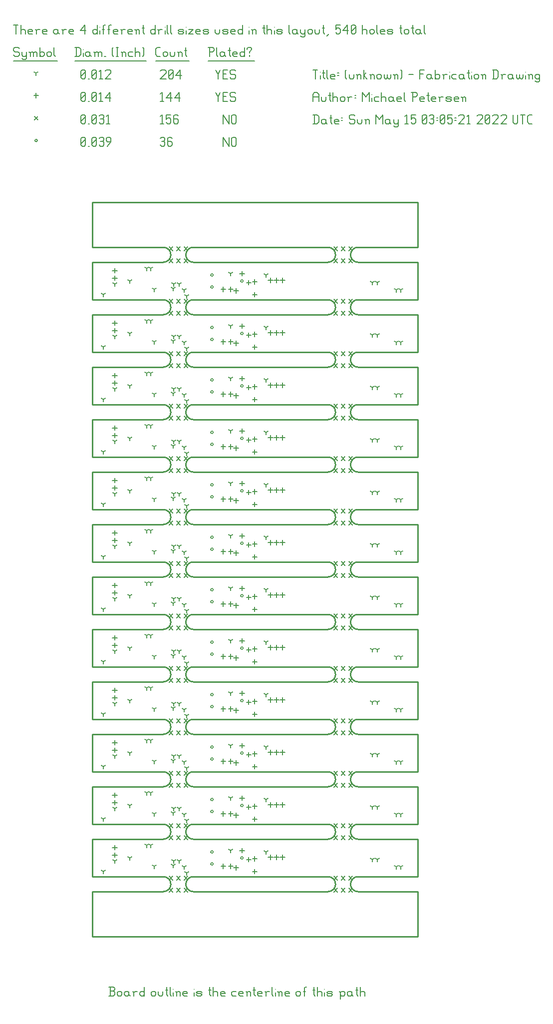
<source format=gbr>
G04 start of page 13 for group -3984 idx -3984 *
G04 Title: (unknown), fab *
G04 Creator: pcb 4.0.2 *
G04 CreationDate: Sun May 15 03:05:21 2022 UTC *
G04 For: railfan *
G04 Format: Gerber/RS-274X *
G04 PCB-Dimensions (mil): 3000.00 5500.00 *
G04 PCB-Coordinate-Origin: lower left *
%MOIN*%
%FSLAX25Y25*%
%LNFAB*%
%ADD58C,0.0100*%
%ADD57C,0.0075*%
%ADD56C,0.0060*%
%ADD55R,0.0080X0.0080*%
G54D55*X151700Y467500D02*G75*G03X153300Y467500I800J0D01*G01*
G75*G03X151700Y467500I-800J0D01*G01*
X131700Y471500D02*G75*G03X133300Y471500I800J0D01*G01*
G75*G03X131700Y471500I-800J0D01*G01*
Y463500D02*G75*G03X133300Y463500I800J0D01*G01*
G75*G03X131700Y463500I-800J0D01*G01*
X151700Y432500D02*G75*G03X153300Y432500I800J0D01*G01*
G75*G03X151700Y432500I-800J0D01*G01*
X131700Y436500D02*G75*G03X133300Y436500I800J0D01*G01*
G75*G03X131700Y436500I-800J0D01*G01*
Y428500D02*G75*G03X133300Y428500I800J0D01*G01*
G75*G03X131700Y428500I-800J0D01*G01*
X151700Y397500D02*G75*G03X153300Y397500I800J0D01*G01*
G75*G03X151700Y397500I-800J0D01*G01*
X131700Y401500D02*G75*G03X133300Y401500I800J0D01*G01*
G75*G03X131700Y401500I-800J0D01*G01*
Y393500D02*G75*G03X133300Y393500I800J0D01*G01*
G75*G03X131700Y393500I-800J0D01*G01*
X151700Y362500D02*G75*G03X153300Y362500I800J0D01*G01*
G75*G03X151700Y362500I-800J0D01*G01*
X131700Y366500D02*G75*G03X133300Y366500I800J0D01*G01*
G75*G03X131700Y366500I-800J0D01*G01*
Y358500D02*G75*G03X133300Y358500I800J0D01*G01*
G75*G03X131700Y358500I-800J0D01*G01*
X151700Y327500D02*G75*G03X153300Y327500I800J0D01*G01*
G75*G03X151700Y327500I-800J0D01*G01*
X131700Y331500D02*G75*G03X133300Y331500I800J0D01*G01*
G75*G03X131700Y331500I-800J0D01*G01*
Y323500D02*G75*G03X133300Y323500I800J0D01*G01*
G75*G03X131700Y323500I-800J0D01*G01*
X151700Y292500D02*G75*G03X153300Y292500I800J0D01*G01*
G75*G03X151700Y292500I-800J0D01*G01*
X131700Y296500D02*G75*G03X133300Y296500I800J0D01*G01*
G75*G03X131700Y296500I-800J0D01*G01*
Y288500D02*G75*G03X133300Y288500I800J0D01*G01*
G75*G03X131700Y288500I-800J0D01*G01*
X151700Y257500D02*G75*G03X153300Y257500I800J0D01*G01*
G75*G03X151700Y257500I-800J0D01*G01*
X131700Y261500D02*G75*G03X133300Y261500I800J0D01*G01*
G75*G03X131700Y261500I-800J0D01*G01*
Y253500D02*G75*G03X133300Y253500I800J0D01*G01*
G75*G03X131700Y253500I-800J0D01*G01*
X151700Y222500D02*G75*G03X153300Y222500I800J0D01*G01*
G75*G03X151700Y222500I-800J0D01*G01*
X131700Y226500D02*G75*G03X133300Y226500I800J0D01*G01*
G75*G03X131700Y226500I-800J0D01*G01*
Y218500D02*G75*G03X133300Y218500I800J0D01*G01*
G75*G03X131700Y218500I-800J0D01*G01*
X151700Y187500D02*G75*G03X153300Y187500I800J0D01*G01*
G75*G03X151700Y187500I-800J0D01*G01*
X131700Y191500D02*G75*G03X133300Y191500I800J0D01*G01*
G75*G03X131700Y191500I-800J0D01*G01*
Y183500D02*G75*G03X133300Y183500I800J0D01*G01*
G75*G03X131700Y183500I-800J0D01*G01*
X151700Y152500D02*G75*G03X153300Y152500I800J0D01*G01*
G75*G03X151700Y152500I-800J0D01*G01*
X131700Y156500D02*G75*G03X133300Y156500I800J0D01*G01*
G75*G03X131700Y156500I-800J0D01*G01*
Y148500D02*G75*G03X133300Y148500I800J0D01*G01*
G75*G03X131700Y148500I-800J0D01*G01*
X151700Y117500D02*G75*G03X153300Y117500I800J0D01*G01*
G75*G03X151700Y117500I-800J0D01*G01*
X131700Y121500D02*G75*G03X133300Y121500I800J0D01*G01*
G75*G03X131700Y121500I-800J0D01*G01*
Y113500D02*G75*G03X133300Y113500I800J0D01*G01*
G75*G03X131700Y113500I-800J0D01*G01*
X151700Y82500D02*G75*G03X153300Y82500I800J0D01*G01*
G75*G03X151700Y82500I-800J0D01*G01*
X131700Y86500D02*G75*G03X133300Y86500I800J0D01*G01*
G75*G03X131700Y86500I-800J0D01*G01*
Y78500D02*G75*G03X133300Y78500I800J0D01*G01*
G75*G03X131700Y78500I-800J0D01*G01*
X14200Y561250D02*G75*G03X15800Y561250I800J0D01*G01*
G75*G03X14200Y561250I-800J0D01*G01*
G54D56*X140000Y563500D02*Y557500D01*
Y563500D02*X143750Y557500D01*
Y563500D02*Y557500D01*
X145550Y562750D02*Y558250D01*
Y562750D02*X146300Y563500D01*
X147800D01*
X148550Y562750D01*
Y558250D01*
X147800Y557500D02*X148550Y558250D01*
X146300Y557500D02*X147800D01*
X145550Y558250D02*X146300Y557500D01*
X98000Y562750D02*X98750Y563500D01*
X100250D01*
X101000Y562750D01*
X100250Y557500D02*X101000Y558250D01*
X98750Y557500D02*X100250D01*
X98000Y558250D02*X98750Y557500D01*
Y560800D02*X100250D01*
X101000Y562750D02*Y561550D01*
Y560050D02*Y558250D01*
Y560050D02*X100250Y560800D01*
X101000Y561550D02*X100250Y560800D01*
X105050Y563500D02*X105800Y562750D01*
X103550Y563500D02*X105050D01*
X102800Y562750D02*X103550Y563500D01*
X102800Y562750D02*Y558250D01*
X103550Y557500D01*
X105050Y560800D02*X105800Y560050D01*
X102800Y560800D02*X105050D01*
X103550Y557500D02*X105050D01*
X105800Y558250D01*
Y560050D02*Y558250D01*
X45000D02*X45750Y557500D01*
X45000Y562750D02*Y558250D01*
Y562750D02*X45750Y563500D01*
X47250D01*
X48000Y562750D01*
Y558250D01*
X47250Y557500D02*X48000Y558250D01*
X45750Y557500D02*X47250D01*
X45000Y559000D02*X48000Y562000D01*
X49800Y557500D02*X50550D01*
X52350Y558250D02*X53100Y557500D01*
X52350Y562750D02*Y558250D01*
Y562750D02*X53100Y563500D01*
X54600D01*
X55350Y562750D01*
Y558250D01*
X54600Y557500D02*X55350Y558250D01*
X53100Y557500D02*X54600D01*
X52350Y559000D02*X55350Y562000D01*
X57150Y562750D02*X57900Y563500D01*
X59400D01*
X60150Y562750D01*
X59400Y557500D02*X60150Y558250D01*
X57900Y557500D02*X59400D01*
X57150Y558250D02*X57900Y557500D01*
Y560800D02*X59400D01*
X60150Y562750D02*Y561550D01*
Y560050D02*Y558250D01*
Y560050D02*X59400Y560800D01*
X60150Y561550D02*X59400Y560800D01*
X62700Y557500D02*X64950Y560500D01*
Y562750D02*Y560500D01*
X64200Y563500D02*X64950Y562750D01*
X62700Y563500D02*X64200D01*
X61950Y562750D02*X62700Y563500D01*
X61950Y562750D02*Y561250D01*
X62700Y560500D01*
X64950D01*
X213800Y420200D02*X216200Y417800D01*
X213800D02*X216200Y420200D01*
X218800D02*X221200Y417800D01*
X218800D02*X221200Y420200D01*
X223800D02*X226200Y417800D01*
X223800D02*X226200Y420200D01*
X103800D02*X106200Y417800D01*
X103800D02*X106200Y420200D01*
X108800D02*X111200Y417800D01*
X108800D02*X111200Y420200D01*
X113800D02*X116200Y417800D01*
X113800D02*X116200Y420200D01*
X113800Y447200D02*X116200Y444800D01*
X113800D02*X116200Y447200D01*
X103800D02*X106200Y444800D01*
X103800D02*X106200Y447200D01*
X108800D02*X111200Y444800D01*
X108800D02*X111200Y447200D01*
X113800Y455200D02*X116200Y452800D01*
X113800D02*X116200Y455200D01*
X108800D02*X111200Y452800D01*
X108800D02*X111200Y455200D01*
X103800D02*X106200Y452800D01*
X103800D02*X106200Y455200D01*
X223800Y447200D02*X226200Y444800D01*
X223800D02*X226200Y447200D01*
X213800D02*X216200Y444800D01*
X213800D02*X216200Y447200D01*
X218800D02*X221200Y444800D01*
X218800D02*X221200Y447200D01*
X223800Y455200D02*X226200Y452800D01*
X223800D02*X226200Y455200D01*
X218800D02*X221200Y452800D01*
X218800D02*X221200Y455200D01*
X213800D02*X216200Y452800D01*
X213800D02*X216200Y455200D01*
X113800Y412200D02*X116200Y409800D01*
X113800D02*X116200Y412200D01*
X103800D02*X106200Y409800D01*
X103800D02*X106200Y412200D01*
X108800D02*X111200Y409800D01*
X108800D02*X111200Y412200D01*
X223800D02*X226200Y409800D01*
X223800D02*X226200Y412200D01*
X213800D02*X216200Y409800D01*
X213800D02*X216200Y412200D01*
X218800D02*X221200Y409800D01*
X218800D02*X221200Y412200D01*
X113800Y377200D02*X116200Y374800D01*
X113800D02*X116200Y377200D01*
X103800D02*X106200Y374800D01*
X103800D02*X106200Y377200D01*
X108800D02*X111200Y374800D01*
X108800D02*X111200Y377200D01*
X113800Y385200D02*X116200Y382800D01*
X113800D02*X116200Y385200D01*
X108800D02*X111200Y382800D01*
X108800D02*X111200Y385200D01*
X103800D02*X106200Y382800D01*
X103800D02*X106200Y385200D01*
X223800Y377200D02*X226200Y374800D01*
X223800D02*X226200Y377200D01*
X213800D02*X216200Y374800D01*
X213800D02*X216200Y377200D01*
X218800D02*X221200Y374800D01*
X218800D02*X221200Y377200D01*
X223800Y385200D02*X226200Y382800D01*
X223800D02*X226200Y385200D01*
X218800D02*X221200Y382800D01*
X218800D02*X221200Y385200D01*
X213800D02*X216200Y382800D01*
X213800D02*X216200Y385200D01*
X113800Y342200D02*X116200Y339800D01*
X113800D02*X116200Y342200D01*
X103800D02*X106200Y339800D01*
X103800D02*X106200Y342200D01*
X108800D02*X111200Y339800D01*
X108800D02*X111200Y342200D01*
X113800Y350200D02*X116200Y347800D01*
X113800D02*X116200Y350200D01*
X108800D02*X111200Y347800D01*
X108800D02*X111200Y350200D01*
X103800D02*X106200Y347800D01*
X103800D02*X106200Y350200D01*
X223800Y342200D02*X226200Y339800D01*
X223800D02*X226200Y342200D01*
X213800D02*X216200Y339800D01*
X213800D02*X216200Y342200D01*
X218800D02*X221200Y339800D01*
X218800D02*X221200Y342200D01*
X223800Y350200D02*X226200Y347800D01*
X223800D02*X226200Y350200D01*
X218800D02*X221200Y347800D01*
X218800D02*X221200Y350200D01*
X213800D02*X216200Y347800D01*
X213800D02*X216200Y350200D01*
X113800Y307200D02*X116200Y304800D01*
X113800D02*X116200Y307200D01*
X103800D02*X106200Y304800D01*
X103800D02*X106200Y307200D01*
X108800D02*X111200Y304800D01*
X108800D02*X111200Y307200D01*
X113800Y315200D02*X116200Y312800D01*
X113800D02*X116200Y315200D01*
X108800D02*X111200Y312800D01*
X108800D02*X111200Y315200D01*
X103800D02*X106200Y312800D01*
X103800D02*X106200Y315200D01*
X223800Y307200D02*X226200Y304800D01*
X223800D02*X226200Y307200D01*
X213800D02*X216200Y304800D01*
X213800D02*X216200Y307200D01*
X218800D02*X221200Y304800D01*
X218800D02*X221200Y307200D01*
X223800Y315200D02*X226200Y312800D01*
X223800D02*X226200Y315200D01*
X218800D02*X221200Y312800D01*
X218800D02*X221200Y315200D01*
X213800D02*X216200Y312800D01*
X213800D02*X216200Y315200D01*
X113800Y272200D02*X116200Y269800D01*
X113800D02*X116200Y272200D01*
X103800D02*X106200Y269800D01*
X103800D02*X106200Y272200D01*
X108800D02*X111200Y269800D01*
X108800D02*X111200Y272200D01*
X113800Y280200D02*X116200Y277800D01*
X113800D02*X116200Y280200D01*
X108800D02*X111200Y277800D01*
X108800D02*X111200Y280200D01*
X103800D02*X106200Y277800D01*
X103800D02*X106200Y280200D01*
X223800Y272200D02*X226200Y269800D01*
X223800D02*X226200Y272200D01*
X213800D02*X216200Y269800D01*
X213800D02*X216200Y272200D01*
X218800D02*X221200Y269800D01*
X218800D02*X221200Y272200D01*
X223800Y280200D02*X226200Y277800D01*
X223800D02*X226200Y280200D01*
X218800D02*X221200Y277800D01*
X218800D02*X221200Y280200D01*
X213800D02*X216200Y277800D01*
X213800D02*X216200Y280200D01*
X113800Y237200D02*X116200Y234800D01*
X113800D02*X116200Y237200D01*
X103800D02*X106200Y234800D01*
X103800D02*X106200Y237200D01*
X108800D02*X111200Y234800D01*
X108800D02*X111200Y237200D01*
X113800Y245200D02*X116200Y242800D01*
X113800D02*X116200Y245200D01*
X108800D02*X111200Y242800D01*
X108800D02*X111200Y245200D01*
X103800D02*X106200Y242800D01*
X103800D02*X106200Y245200D01*
X223800Y237200D02*X226200Y234800D01*
X223800D02*X226200Y237200D01*
X213800D02*X216200Y234800D01*
X213800D02*X216200Y237200D01*
X218800D02*X221200Y234800D01*
X218800D02*X221200Y237200D01*
X223800Y245200D02*X226200Y242800D01*
X223800D02*X226200Y245200D01*
X218800D02*X221200Y242800D01*
X218800D02*X221200Y245200D01*
X213800D02*X216200Y242800D01*
X213800D02*X216200Y245200D01*
X113800Y202200D02*X116200Y199800D01*
X113800D02*X116200Y202200D01*
X103800D02*X106200Y199800D01*
X103800D02*X106200Y202200D01*
X108800D02*X111200Y199800D01*
X108800D02*X111200Y202200D01*
X113800Y210200D02*X116200Y207800D01*
X113800D02*X116200Y210200D01*
X108800D02*X111200Y207800D01*
X108800D02*X111200Y210200D01*
X103800D02*X106200Y207800D01*
X103800D02*X106200Y210200D01*
X223800Y202200D02*X226200Y199800D01*
X223800D02*X226200Y202200D01*
X213800D02*X216200Y199800D01*
X213800D02*X216200Y202200D01*
X218800D02*X221200Y199800D01*
X218800D02*X221200Y202200D01*
X223800Y210200D02*X226200Y207800D01*
X223800D02*X226200Y210200D01*
X218800D02*X221200Y207800D01*
X218800D02*X221200Y210200D01*
X213800D02*X216200Y207800D01*
X213800D02*X216200Y210200D01*
X113800Y167200D02*X116200Y164800D01*
X113800D02*X116200Y167200D01*
X103800D02*X106200Y164800D01*
X103800D02*X106200Y167200D01*
X108800D02*X111200Y164800D01*
X108800D02*X111200Y167200D01*
X113800Y175200D02*X116200Y172800D01*
X113800D02*X116200Y175200D01*
X108800D02*X111200Y172800D01*
X108800D02*X111200Y175200D01*
X103800D02*X106200Y172800D01*
X103800D02*X106200Y175200D01*
X223800Y167200D02*X226200Y164800D01*
X223800D02*X226200Y167200D01*
X213800D02*X216200Y164800D01*
X213800D02*X216200Y167200D01*
X218800D02*X221200Y164800D01*
X218800D02*X221200Y167200D01*
X223800Y175200D02*X226200Y172800D01*
X223800D02*X226200Y175200D01*
X218800D02*X221200Y172800D01*
X218800D02*X221200Y175200D01*
X213800D02*X216200Y172800D01*
X213800D02*X216200Y175200D01*
X113800Y132200D02*X116200Y129800D01*
X113800D02*X116200Y132200D01*
X103800D02*X106200Y129800D01*
X103800D02*X106200Y132200D01*
X108800D02*X111200Y129800D01*
X108800D02*X111200Y132200D01*
X113800Y140200D02*X116200Y137800D01*
X113800D02*X116200Y140200D01*
X108800D02*X111200Y137800D01*
X108800D02*X111200Y140200D01*
X103800D02*X106200Y137800D01*
X103800D02*X106200Y140200D01*
X223800Y132200D02*X226200Y129800D01*
X223800D02*X226200Y132200D01*
X213800D02*X216200Y129800D01*
X213800D02*X216200Y132200D01*
X218800D02*X221200Y129800D01*
X218800D02*X221200Y132200D01*
X223800Y140200D02*X226200Y137800D01*
X223800D02*X226200Y140200D01*
X218800D02*X221200Y137800D01*
X218800D02*X221200Y140200D01*
X213800D02*X216200Y137800D01*
X213800D02*X216200Y140200D01*
X113800Y97200D02*X116200Y94800D01*
X113800D02*X116200Y97200D01*
X103800D02*X106200Y94800D01*
X103800D02*X106200Y97200D01*
X108800D02*X111200Y94800D01*
X108800D02*X111200Y97200D01*
X113800Y105200D02*X116200Y102800D01*
X113800D02*X116200Y105200D01*
X108800D02*X111200Y102800D01*
X108800D02*X111200Y105200D01*
X103800D02*X106200Y102800D01*
X103800D02*X106200Y105200D01*
X223800Y97200D02*X226200Y94800D01*
X223800D02*X226200Y97200D01*
X213800D02*X216200Y94800D01*
X213800D02*X216200Y97200D01*
X218800D02*X221200Y94800D01*
X218800D02*X221200Y97200D01*
X223800Y105200D02*X226200Y102800D01*
X223800D02*X226200Y105200D01*
X218800D02*X221200Y102800D01*
X218800D02*X221200Y105200D01*
X213800D02*X216200Y102800D01*
X213800D02*X216200Y105200D01*
X113800Y482200D02*X116200Y479800D01*
X113800D02*X116200Y482200D01*
X103800D02*X106200Y479800D01*
X103800D02*X106200Y482200D01*
X108800D02*X111200Y479800D01*
X108800D02*X111200Y482200D01*
X113800Y490200D02*X116200Y487800D01*
X113800D02*X116200Y490200D01*
X108800D02*X111200Y487800D01*
X108800D02*X111200Y490200D01*
X103800D02*X106200Y487800D01*
X103800D02*X106200Y490200D01*
X223800Y482200D02*X226200Y479800D01*
X223800D02*X226200Y482200D01*
X213800D02*X216200Y479800D01*
X213800D02*X216200Y482200D01*
X218800D02*X221200Y479800D01*
X218800D02*X221200Y482200D01*
X223800Y490200D02*X226200Y487800D01*
X223800D02*X226200Y490200D01*
X218800D02*X221200Y487800D01*
X218800D02*X221200Y490200D01*
X213800D02*X216200Y487800D01*
X213800D02*X216200Y490200D01*
X113800Y70200D02*X116200Y67800D01*
X113800D02*X116200Y70200D01*
X103800D02*X106200Y67800D01*
X103800D02*X106200Y70200D01*
X108800D02*X111200Y67800D01*
X108800D02*X111200Y70200D01*
X113800Y62200D02*X116200Y59800D01*
X113800D02*X116200Y62200D01*
X108800D02*X111200Y59800D01*
X108800D02*X111200Y62200D01*
X103800D02*X106200Y59800D01*
X103800D02*X106200Y62200D01*
X223800Y70200D02*X226200Y67800D01*
X223800D02*X226200Y70200D01*
X213800D02*X216200Y67800D01*
X213800D02*X216200Y70200D01*
X218800D02*X221200Y67800D01*
X218800D02*X221200Y70200D01*
X223800Y62200D02*X226200Y59800D01*
X223800D02*X226200Y62200D01*
X218800D02*X221200Y59800D01*
X218800D02*X221200Y62200D01*
X213800D02*X216200Y59800D01*
X213800D02*X216200Y62200D01*
X13800Y577450D02*X16200Y575050D01*
X13800D02*X16200Y577450D01*
X140000Y578500D02*Y572500D01*
Y578500D02*X143750Y572500D01*
Y578500D02*Y572500D01*
X145550Y577750D02*Y573250D01*
Y577750D02*X146300Y578500D01*
X147800D01*
X148550Y577750D01*
Y573250D01*
X147800Y572500D02*X148550Y573250D01*
X146300Y572500D02*X147800D01*
X145550Y573250D02*X146300Y572500D01*
X98000Y577300D02*X99200Y578500D01*
Y572500D01*
X98000D02*X100250D01*
X102050Y578500D02*X105050D01*
X102050D02*Y575500D01*
X102800Y576250D01*
X104300D01*
X105050Y575500D01*
Y573250D01*
X104300Y572500D02*X105050Y573250D01*
X102800Y572500D02*X104300D01*
X102050Y573250D02*X102800Y572500D01*
X109100Y578500D02*X109850Y577750D01*
X107600Y578500D02*X109100D01*
X106850Y577750D02*X107600Y578500D01*
X106850Y577750D02*Y573250D01*
X107600Y572500D01*
X109100Y575800D02*X109850Y575050D01*
X106850Y575800D02*X109100D01*
X107600Y572500D02*X109100D01*
X109850Y573250D01*
Y575050D02*Y573250D01*
X45000D02*X45750Y572500D01*
X45000Y577750D02*Y573250D01*
Y577750D02*X45750Y578500D01*
X47250D01*
X48000Y577750D01*
Y573250D01*
X47250Y572500D02*X48000Y573250D01*
X45750Y572500D02*X47250D01*
X45000Y574000D02*X48000Y577000D01*
X49800Y572500D02*X50550D01*
X52350Y573250D02*X53100Y572500D01*
X52350Y577750D02*Y573250D01*
Y577750D02*X53100Y578500D01*
X54600D01*
X55350Y577750D01*
Y573250D01*
X54600Y572500D02*X55350Y573250D01*
X53100Y572500D02*X54600D01*
X52350Y574000D02*X55350Y577000D01*
X57150Y577750D02*X57900Y578500D01*
X59400D01*
X60150Y577750D01*
X59400Y572500D02*X60150Y573250D01*
X57900Y572500D02*X59400D01*
X57150Y573250D02*X57900Y572500D01*
Y575800D02*X59400D01*
X60150Y577750D02*Y576550D01*
Y575050D02*Y573250D01*
Y575050D02*X59400Y575800D01*
X60150Y576550D02*X59400Y575800D01*
X61950Y577300D02*X63150Y578500D01*
Y572500D01*
X61950D02*X64200D01*
X67500Y476100D02*Y472900D01*
X65900Y474500D02*X69100D01*
X145000Y463600D02*Y460400D01*
X143400Y462000D02*X146600D01*
X148500Y462600D02*Y459400D01*
X146900Y461000D02*X150100D01*
X161000Y460100D02*Y456900D01*
X159400Y458500D02*X162600D01*
X161000Y468600D02*Y465400D01*
X159400Y467000D02*X162600D01*
X157000Y468100D02*Y464900D01*
X155400Y466500D02*X158600D01*
X152500Y474100D02*Y470900D01*
X150900Y472500D02*X154100D01*
X175500Y469600D02*Y466400D01*
X173900Y468000D02*X177100D01*
X179500Y469600D02*Y466400D01*
X177900Y468000D02*X181100D01*
X171500Y469600D02*Y466400D01*
X169900Y468000D02*X173100D01*
X140000Y463600D02*Y460400D01*
X138400Y462000D02*X141600D01*
X67500Y471100D02*Y467900D01*
X65900Y469500D02*X69100D01*
X67500Y441100D02*Y437900D01*
X65900Y439500D02*X69100D01*
X145000Y428600D02*Y425400D01*
X143400Y427000D02*X146600D01*
X148500Y427600D02*Y424400D01*
X146900Y426000D02*X150100D01*
X161000Y425100D02*Y421900D01*
X159400Y423500D02*X162600D01*
X161000Y433600D02*Y430400D01*
X159400Y432000D02*X162600D01*
X157000Y433100D02*Y429900D01*
X155400Y431500D02*X158600D01*
X152500Y439100D02*Y435900D01*
X150900Y437500D02*X154100D01*
X175500Y434600D02*Y431400D01*
X173900Y433000D02*X177100D01*
X179500Y434600D02*Y431400D01*
X177900Y433000D02*X181100D01*
X171500Y434600D02*Y431400D01*
X169900Y433000D02*X173100D01*
X140000Y428600D02*Y425400D01*
X138400Y427000D02*X141600D01*
X67500Y436100D02*Y432900D01*
X65900Y434500D02*X69100D01*
X67500Y406100D02*Y402900D01*
X65900Y404500D02*X69100D01*
X145000Y393600D02*Y390400D01*
X143400Y392000D02*X146600D01*
X148500Y392600D02*Y389400D01*
X146900Y391000D02*X150100D01*
X161000Y390100D02*Y386900D01*
X159400Y388500D02*X162600D01*
X161000Y398600D02*Y395400D01*
X159400Y397000D02*X162600D01*
X157000Y398100D02*Y394900D01*
X155400Y396500D02*X158600D01*
X152500Y404100D02*Y400900D01*
X150900Y402500D02*X154100D01*
X175500Y399600D02*Y396400D01*
X173900Y398000D02*X177100D01*
X179500Y399600D02*Y396400D01*
X177900Y398000D02*X181100D01*
X171500Y399600D02*Y396400D01*
X169900Y398000D02*X173100D01*
X140000Y393600D02*Y390400D01*
X138400Y392000D02*X141600D01*
X67500Y401100D02*Y397900D01*
X65900Y399500D02*X69100D01*
X67500Y371100D02*Y367900D01*
X65900Y369500D02*X69100D01*
X145000Y358600D02*Y355400D01*
X143400Y357000D02*X146600D01*
X148500Y357600D02*Y354400D01*
X146900Y356000D02*X150100D01*
X161000Y355100D02*Y351900D01*
X159400Y353500D02*X162600D01*
X161000Y363600D02*Y360400D01*
X159400Y362000D02*X162600D01*
X157000Y363100D02*Y359900D01*
X155400Y361500D02*X158600D01*
X152500Y369100D02*Y365900D01*
X150900Y367500D02*X154100D01*
X175500Y364600D02*Y361400D01*
X173900Y363000D02*X177100D01*
X179500Y364600D02*Y361400D01*
X177900Y363000D02*X181100D01*
X171500Y364600D02*Y361400D01*
X169900Y363000D02*X173100D01*
X140000Y358600D02*Y355400D01*
X138400Y357000D02*X141600D01*
X67500Y366100D02*Y362900D01*
X65900Y364500D02*X69100D01*
X67500Y336100D02*Y332900D01*
X65900Y334500D02*X69100D01*
X145000Y323600D02*Y320400D01*
X143400Y322000D02*X146600D01*
X148500Y322600D02*Y319400D01*
X146900Y321000D02*X150100D01*
X161000Y320100D02*Y316900D01*
X159400Y318500D02*X162600D01*
X161000Y328600D02*Y325400D01*
X159400Y327000D02*X162600D01*
X157000Y328100D02*Y324900D01*
X155400Y326500D02*X158600D01*
X152500Y334100D02*Y330900D01*
X150900Y332500D02*X154100D01*
X175500Y329600D02*Y326400D01*
X173900Y328000D02*X177100D01*
X179500Y329600D02*Y326400D01*
X177900Y328000D02*X181100D01*
X171500Y329600D02*Y326400D01*
X169900Y328000D02*X173100D01*
X140000Y323600D02*Y320400D01*
X138400Y322000D02*X141600D01*
X67500Y331100D02*Y327900D01*
X65900Y329500D02*X69100D01*
X67500Y301100D02*Y297900D01*
X65900Y299500D02*X69100D01*
X145000Y288600D02*Y285400D01*
X143400Y287000D02*X146600D01*
X148500Y287600D02*Y284400D01*
X146900Y286000D02*X150100D01*
X161000Y285100D02*Y281900D01*
X159400Y283500D02*X162600D01*
X161000Y293600D02*Y290400D01*
X159400Y292000D02*X162600D01*
X157000Y293100D02*Y289900D01*
X155400Y291500D02*X158600D01*
X152500Y299100D02*Y295900D01*
X150900Y297500D02*X154100D01*
X175500Y294600D02*Y291400D01*
X173900Y293000D02*X177100D01*
X179500Y294600D02*Y291400D01*
X177900Y293000D02*X181100D01*
X171500Y294600D02*Y291400D01*
X169900Y293000D02*X173100D01*
X140000Y288600D02*Y285400D01*
X138400Y287000D02*X141600D01*
X67500Y296100D02*Y292900D01*
X65900Y294500D02*X69100D01*
X67500Y266100D02*Y262900D01*
X65900Y264500D02*X69100D01*
X145000Y253600D02*Y250400D01*
X143400Y252000D02*X146600D01*
X148500Y252600D02*Y249400D01*
X146900Y251000D02*X150100D01*
X161000Y250100D02*Y246900D01*
X159400Y248500D02*X162600D01*
X161000Y258600D02*Y255400D01*
X159400Y257000D02*X162600D01*
X157000Y258100D02*Y254900D01*
X155400Y256500D02*X158600D01*
X152500Y264100D02*Y260900D01*
X150900Y262500D02*X154100D01*
X175500Y259600D02*Y256400D01*
X173900Y258000D02*X177100D01*
X179500Y259600D02*Y256400D01*
X177900Y258000D02*X181100D01*
X171500Y259600D02*Y256400D01*
X169900Y258000D02*X173100D01*
X140000Y253600D02*Y250400D01*
X138400Y252000D02*X141600D01*
X67500Y261100D02*Y257900D01*
X65900Y259500D02*X69100D01*
X67500Y231100D02*Y227900D01*
X65900Y229500D02*X69100D01*
X145000Y218600D02*Y215400D01*
X143400Y217000D02*X146600D01*
X148500Y217600D02*Y214400D01*
X146900Y216000D02*X150100D01*
X161000Y215100D02*Y211900D01*
X159400Y213500D02*X162600D01*
X161000Y223600D02*Y220400D01*
X159400Y222000D02*X162600D01*
X157000Y223100D02*Y219900D01*
X155400Y221500D02*X158600D01*
X152500Y229100D02*Y225900D01*
X150900Y227500D02*X154100D01*
X175500Y224600D02*Y221400D01*
X173900Y223000D02*X177100D01*
X179500Y224600D02*Y221400D01*
X177900Y223000D02*X181100D01*
X171500Y224600D02*Y221400D01*
X169900Y223000D02*X173100D01*
X140000Y218600D02*Y215400D01*
X138400Y217000D02*X141600D01*
X67500Y226100D02*Y222900D01*
X65900Y224500D02*X69100D01*
X67500Y196100D02*Y192900D01*
X65900Y194500D02*X69100D01*
X145000Y183600D02*Y180400D01*
X143400Y182000D02*X146600D01*
X148500Y182600D02*Y179400D01*
X146900Y181000D02*X150100D01*
X161000Y180100D02*Y176900D01*
X159400Y178500D02*X162600D01*
X161000Y188600D02*Y185400D01*
X159400Y187000D02*X162600D01*
X157000Y188100D02*Y184900D01*
X155400Y186500D02*X158600D01*
X152500Y194100D02*Y190900D01*
X150900Y192500D02*X154100D01*
X175500Y189600D02*Y186400D01*
X173900Y188000D02*X177100D01*
X179500Y189600D02*Y186400D01*
X177900Y188000D02*X181100D01*
X171500Y189600D02*Y186400D01*
X169900Y188000D02*X173100D01*
X140000Y183600D02*Y180400D01*
X138400Y182000D02*X141600D01*
X67500Y191100D02*Y187900D01*
X65900Y189500D02*X69100D01*
X67500Y161100D02*Y157900D01*
X65900Y159500D02*X69100D01*
X145000Y148600D02*Y145400D01*
X143400Y147000D02*X146600D01*
X148500Y147600D02*Y144400D01*
X146900Y146000D02*X150100D01*
X161000Y145100D02*Y141900D01*
X159400Y143500D02*X162600D01*
X161000Y153600D02*Y150400D01*
X159400Y152000D02*X162600D01*
X157000Y153100D02*Y149900D01*
X155400Y151500D02*X158600D01*
X152500Y159100D02*Y155900D01*
X150900Y157500D02*X154100D01*
X175500Y154600D02*Y151400D01*
X173900Y153000D02*X177100D01*
X179500Y154600D02*Y151400D01*
X177900Y153000D02*X181100D01*
X171500Y154600D02*Y151400D01*
X169900Y153000D02*X173100D01*
X140000Y148600D02*Y145400D01*
X138400Y147000D02*X141600D01*
X67500Y156100D02*Y152900D01*
X65900Y154500D02*X69100D01*
X67500Y126100D02*Y122900D01*
X65900Y124500D02*X69100D01*
X145000Y113600D02*Y110400D01*
X143400Y112000D02*X146600D01*
X148500Y112600D02*Y109400D01*
X146900Y111000D02*X150100D01*
X161000Y110100D02*Y106900D01*
X159400Y108500D02*X162600D01*
X161000Y118600D02*Y115400D01*
X159400Y117000D02*X162600D01*
X157000Y118100D02*Y114900D01*
X155400Y116500D02*X158600D01*
X152500Y124100D02*Y120900D01*
X150900Y122500D02*X154100D01*
X175500Y119600D02*Y116400D01*
X173900Y118000D02*X177100D01*
X179500Y119600D02*Y116400D01*
X177900Y118000D02*X181100D01*
X171500Y119600D02*Y116400D01*
X169900Y118000D02*X173100D01*
X140000Y113600D02*Y110400D01*
X138400Y112000D02*X141600D01*
X67500Y121100D02*Y117900D01*
X65900Y119500D02*X69100D01*
X67500Y91100D02*Y87900D01*
X65900Y89500D02*X69100D01*
X145000Y78600D02*Y75400D01*
X143400Y77000D02*X146600D01*
X148500Y77600D02*Y74400D01*
X146900Y76000D02*X150100D01*
X161000Y75100D02*Y71900D01*
X159400Y73500D02*X162600D01*
X161000Y83600D02*Y80400D01*
X159400Y82000D02*X162600D01*
X157000Y83100D02*Y79900D01*
X155400Y81500D02*X158600D01*
X152500Y89100D02*Y85900D01*
X150900Y87500D02*X154100D01*
X175500Y84600D02*Y81400D01*
X173900Y83000D02*X177100D01*
X179500Y84600D02*Y81400D01*
X177900Y83000D02*X181100D01*
X171500Y84600D02*Y81400D01*
X169900Y83000D02*X173100D01*
X140000Y78600D02*Y75400D01*
X138400Y77000D02*X141600D01*
X67500Y86100D02*Y82900D01*
X65900Y84500D02*X69100D01*
X15000Y592850D02*Y589650D01*
X13400Y591250D02*X16600D01*
X135000Y593500D02*X136500Y590500D01*
X138000Y593500D01*
X136500Y590500D02*Y587500D01*
X139800Y590800D02*X142050D01*
X139800Y587500D02*X142800D01*
X139800Y593500D02*Y587500D01*
Y593500D02*X142800D01*
X147600D02*X148350Y592750D01*
X145350Y593500D02*X147600D01*
X144600Y592750D02*X145350Y593500D01*
X144600Y592750D02*Y591250D01*
X145350Y590500D01*
X147600D01*
X148350Y589750D01*
Y588250D01*
X147600Y587500D02*X148350Y588250D01*
X145350Y587500D02*X147600D01*
X144600Y588250D02*X145350Y587500D01*
X98000Y592300D02*X99200Y593500D01*
Y587500D01*
X98000D02*X100250D01*
X102050Y589750D02*X105050Y593500D01*
X102050Y589750D02*X105800D01*
X105050Y593500D02*Y587500D01*
X107600Y589750D02*X110600Y593500D01*
X107600Y589750D02*X111350D01*
X110600Y593500D02*Y587500D01*
X45000Y588250D02*X45750Y587500D01*
X45000Y592750D02*Y588250D01*
Y592750D02*X45750Y593500D01*
X47250D01*
X48000Y592750D01*
Y588250D01*
X47250Y587500D02*X48000Y588250D01*
X45750Y587500D02*X47250D01*
X45000Y589000D02*X48000Y592000D01*
X49800Y587500D02*X50550D01*
X52350Y588250D02*X53100Y587500D01*
X52350Y592750D02*Y588250D01*
Y592750D02*X53100Y593500D01*
X54600D01*
X55350Y592750D01*
Y588250D01*
X54600Y587500D02*X55350Y588250D01*
X53100Y587500D02*X54600D01*
X52350Y589000D02*X55350Y592000D01*
X57150Y592300D02*X58350Y593500D01*
Y587500D01*
X57150D02*X59400D01*
X61200Y589750D02*X64200Y593500D01*
X61200Y589750D02*X64950D01*
X64200Y593500D02*Y587500D01*
X77500Y467500D02*Y465900D01*
Y467500D02*X78887Y468300D01*
X77500Y467500D02*X76113Y468300D01*
X89000Y476000D02*Y474400D01*
Y476000D02*X90387Y476800D01*
X89000Y476000D02*X87613Y476800D01*
X168500Y471500D02*Y469900D01*
Y471500D02*X169887Y472300D01*
X168500Y471500D02*X167113Y472300D01*
X255500Y461594D02*Y459994D01*
Y461594D02*X256887Y462394D01*
X255500Y461594D02*X254113Y462394D01*
X258500Y461594D02*Y459994D01*
Y461594D02*X259887Y462394D01*
X258500Y461594D02*X257113Y462394D01*
X243000Y466500D02*Y464900D01*
Y466500D02*X244387Y467300D01*
X243000Y466500D02*X241613Y467300D01*
X239500Y466500D02*Y464900D01*
Y466500D02*X240887Y467300D01*
X239500Y466500D02*X238113Y467300D01*
X145000Y472500D02*Y470900D01*
Y472500D02*X146387Y473300D01*
X145000Y472500D02*X143613Y473300D01*
X115500Y457500D02*Y455900D01*
Y457500D02*X116887Y458300D01*
X115500Y457500D02*X114113Y458300D01*
X114000Y461500D02*Y459900D01*
Y461500D02*X115387Y462300D01*
X114000Y461500D02*X112613Y462300D01*
X106500Y462500D02*Y460900D01*
Y462500D02*X107887Y463300D01*
X106500Y462500D02*X105113Y463300D01*
X107000Y465500D02*Y463900D01*
Y465500D02*X108387Y466300D01*
X107000Y465500D02*X105613Y466300D01*
X110500Y465500D02*Y463900D01*
Y465500D02*X111887Y466300D01*
X110500Y465500D02*X109113Y466300D01*
X94000Y462000D02*Y460400D01*
Y462000D02*X95387Y462800D01*
X94000Y462000D02*X92613Y462800D01*
X91500Y476000D02*Y474400D01*
Y476000D02*X92887Y476800D01*
X91500Y476000D02*X90113Y476800D01*
X60000Y458500D02*Y456900D01*
Y458500D02*X61387Y459300D01*
X60000Y458500D02*X58613Y459300D01*
X67500Y465500D02*Y463900D01*
Y465500D02*X68887Y466300D01*
X67500Y465500D02*X66113Y466300D01*
X77500Y432500D02*Y430900D01*
Y432500D02*X78887Y433300D01*
X77500Y432500D02*X76113Y433300D01*
X89000Y441000D02*Y439400D01*
Y441000D02*X90387Y441800D01*
X89000Y441000D02*X87613Y441800D01*
X168500Y436500D02*Y434900D01*
Y436500D02*X169887Y437300D01*
X168500Y436500D02*X167113Y437300D01*
X255500Y426594D02*Y424994D01*
Y426594D02*X256887Y427394D01*
X255500Y426594D02*X254113Y427394D01*
X258500Y426594D02*Y424994D01*
Y426594D02*X259887Y427394D01*
X258500Y426594D02*X257113Y427394D01*
X243000Y431500D02*Y429900D01*
Y431500D02*X244387Y432300D01*
X243000Y431500D02*X241613Y432300D01*
X239500Y431500D02*Y429900D01*
Y431500D02*X240887Y432300D01*
X239500Y431500D02*X238113Y432300D01*
X145000Y437500D02*Y435900D01*
Y437500D02*X146387Y438300D01*
X145000Y437500D02*X143613Y438300D01*
X115500Y422500D02*Y420900D01*
Y422500D02*X116887Y423300D01*
X115500Y422500D02*X114113Y423300D01*
X114000Y426500D02*Y424900D01*
Y426500D02*X115387Y427300D01*
X114000Y426500D02*X112613Y427300D01*
X106500Y427500D02*Y425900D01*
Y427500D02*X107887Y428300D01*
X106500Y427500D02*X105113Y428300D01*
X107000Y430500D02*Y428900D01*
Y430500D02*X108387Y431300D01*
X107000Y430500D02*X105613Y431300D01*
X110500Y430500D02*Y428900D01*
Y430500D02*X111887Y431300D01*
X110500Y430500D02*X109113Y431300D01*
X94000Y427000D02*Y425400D01*
Y427000D02*X95387Y427800D01*
X94000Y427000D02*X92613Y427800D01*
X91500Y441000D02*Y439400D01*
Y441000D02*X92887Y441800D01*
X91500Y441000D02*X90113Y441800D01*
X60000Y423500D02*Y421900D01*
Y423500D02*X61387Y424300D01*
X60000Y423500D02*X58613Y424300D01*
X67500Y430500D02*Y428900D01*
Y430500D02*X68887Y431300D01*
X67500Y430500D02*X66113Y431300D01*
X77500Y397500D02*Y395900D01*
Y397500D02*X78887Y398300D01*
X77500Y397500D02*X76113Y398300D01*
X89000Y406000D02*Y404400D01*
Y406000D02*X90387Y406800D01*
X89000Y406000D02*X87613Y406800D01*
X168500Y401500D02*Y399900D01*
Y401500D02*X169887Y402300D01*
X168500Y401500D02*X167113Y402300D01*
X255500Y391594D02*Y389994D01*
Y391594D02*X256887Y392394D01*
X255500Y391594D02*X254113Y392394D01*
X258500Y391594D02*Y389994D01*
Y391594D02*X259887Y392394D01*
X258500Y391594D02*X257113Y392394D01*
X243000Y396500D02*Y394900D01*
Y396500D02*X244387Y397300D01*
X243000Y396500D02*X241613Y397300D01*
X239500Y396500D02*Y394900D01*
Y396500D02*X240887Y397300D01*
X239500Y396500D02*X238113Y397300D01*
X145000Y402500D02*Y400900D01*
Y402500D02*X146387Y403300D01*
X145000Y402500D02*X143613Y403300D01*
X115500Y387500D02*Y385900D01*
Y387500D02*X116887Y388300D01*
X115500Y387500D02*X114113Y388300D01*
X114000Y391500D02*Y389900D01*
Y391500D02*X115387Y392300D01*
X114000Y391500D02*X112613Y392300D01*
X106500Y392500D02*Y390900D01*
Y392500D02*X107887Y393300D01*
X106500Y392500D02*X105113Y393300D01*
X107000Y395500D02*Y393900D01*
Y395500D02*X108387Y396300D01*
X107000Y395500D02*X105613Y396300D01*
X110500Y395500D02*Y393900D01*
Y395500D02*X111887Y396300D01*
X110500Y395500D02*X109113Y396300D01*
X94000Y392000D02*Y390400D01*
Y392000D02*X95387Y392800D01*
X94000Y392000D02*X92613Y392800D01*
X91500Y406000D02*Y404400D01*
Y406000D02*X92887Y406800D01*
X91500Y406000D02*X90113Y406800D01*
X60000Y388500D02*Y386900D01*
Y388500D02*X61387Y389300D01*
X60000Y388500D02*X58613Y389300D01*
X67500Y395500D02*Y393900D01*
Y395500D02*X68887Y396300D01*
X67500Y395500D02*X66113Y396300D01*
X77500Y362500D02*Y360900D01*
Y362500D02*X78887Y363300D01*
X77500Y362500D02*X76113Y363300D01*
X89000Y371000D02*Y369400D01*
Y371000D02*X90387Y371800D01*
X89000Y371000D02*X87613Y371800D01*
X168500Y366500D02*Y364900D01*
Y366500D02*X169887Y367300D01*
X168500Y366500D02*X167113Y367300D01*
X255500Y356594D02*Y354994D01*
Y356594D02*X256887Y357394D01*
X255500Y356594D02*X254113Y357394D01*
X258500Y356594D02*Y354994D01*
Y356594D02*X259887Y357394D01*
X258500Y356594D02*X257113Y357394D01*
X243000Y361500D02*Y359900D01*
Y361500D02*X244387Y362300D01*
X243000Y361500D02*X241613Y362300D01*
X239500Y361500D02*Y359900D01*
Y361500D02*X240887Y362300D01*
X239500Y361500D02*X238113Y362300D01*
X145000Y367500D02*Y365900D01*
Y367500D02*X146387Y368300D01*
X145000Y367500D02*X143613Y368300D01*
X115500Y352500D02*Y350900D01*
Y352500D02*X116887Y353300D01*
X115500Y352500D02*X114113Y353300D01*
X114000Y356500D02*Y354900D01*
Y356500D02*X115387Y357300D01*
X114000Y356500D02*X112613Y357300D01*
X106500Y357500D02*Y355900D01*
Y357500D02*X107887Y358300D01*
X106500Y357500D02*X105113Y358300D01*
X107000Y360500D02*Y358900D01*
Y360500D02*X108387Y361300D01*
X107000Y360500D02*X105613Y361300D01*
X110500Y360500D02*Y358900D01*
Y360500D02*X111887Y361300D01*
X110500Y360500D02*X109113Y361300D01*
X94000Y357000D02*Y355400D01*
Y357000D02*X95387Y357800D01*
X94000Y357000D02*X92613Y357800D01*
X91500Y371000D02*Y369400D01*
Y371000D02*X92887Y371800D01*
X91500Y371000D02*X90113Y371800D01*
X60000Y353500D02*Y351900D01*
Y353500D02*X61387Y354300D01*
X60000Y353500D02*X58613Y354300D01*
X67500Y360500D02*Y358900D01*
Y360500D02*X68887Y361300D01*
X67500Y360500D02*X66113Y361300D01*
X77500Y327500D02*Y325900D01*
Y327500D02*X78887Y328300D01*
X77500Y327500D02*X76113Y328300D01*
X89000Y336000D02*Y334400D01*
Y336000D02*X90387Y336800D01*
X89000Y336000D02*X87613Y336800D01*
X168500Y331500D02*Y329900D01*
Y331500D02*X169887Y332300D01*
X168500Y331500D02*X167113Y332300D01*
X255500Y321594D02*Y319994D01*
Y321594D02*X256887Y322394D01*
X255500Y321594D02*X254113Y322394D01*
X258500Y321594D02*Y319994D01*
Y321594D02*X259887Y322394D01*
X258500Y321594D02*X257113Y322394D01*
X243000Y326500D02*Y324900D01*
Y326500D02*X244387Y327300D01*
X243000Y326500D02*X241613Y327300D01*
X239500Y326500D02*Y324900D01*
Y326500D02*X240887Y327300D01*
X239500Y326500D02*X238113Y327300D01*
X145000Y332500D02*Y330900D01*
Y332500D02*X146387Y333300D01*
X145000Y332500D02*X143613Y333300D01*
X115500Y317500D02*Y315900D01*
Y317500D02*X116887Y318300D01*
X115500Y317500D02*X114113Y318300D01*
X114000Y321500D02*Y319900D01*
Y321500D02*X115387Y322300D01*
X114000Y321500D02*X112613Y322300D01*
X106500Y322500D02*Y320900D01*
Y322500D02*X107887Y323300D01*
X106500Y322500D02*X105113Y323300D01*
X107000Y325500D02*Y323900D01*
Y325500D02*X108387Y326300D01*
X107000Y325500D02*X105613Y326300D01*
X110500Y325500D02*Y323900D01*
Y325500D02*X111887Y326300D01*
X110500Y325500D02*X109113Y326300D01*
X94000Y322000D02*Y320400D01*
Y322000D02*X95387Y322800D01*
X94000Y322000D02*X92613Y322800D01*
X91500Y336000D02*Y334400D01*
Y336000D02*X92887Y336800D01*
X91500Y336000D02*X90113Y336800D01*
X60000Y318500D02*Y316900D01*
Y318500D02*X61387Y319300D01*
X60000Y318500D02*X58613Y319300D01*
X67500Y325500D02*Y323900D01*
Y325500D02*X68887Y326300D01*
X67500Y325500D02*X66113Y326300D01*
X77500Y292500D02*Y290900D01*
Y292500D02*X78887Y293300D01*
X77500Y292500D02*X76113Y293300D01*
X89000Y301000D02*Y299400D01*
Y301000D02*X90387Y301800D01*
X89000Y301000D02*X87613Y301800D01*
X168500Y296500D02*Y294900D01*
Y296500D02*X169887Y297300D01*
X168500Y296500D02*X167113Y297300D01*
X255500Y286594D02*Y284994D01*
Y286594D02*X256887Y287394D01*
X255500Y286594D02*X254113Y287394D01*
X258500Y286594D02*Y284994D01*
Y286594D02*X259887Y287394D01*
X258500Y286594D02*X257113Y287394D01*
X243000Y291500D02*Y289900D01*
Y291500D02*X244387Y292300D01*
X243000Y291500D02*X241613Y292300D01*
X239500Y291500D02*Y289900D01*
Y291500D02*X240887Y292300D01*
X239500Y291500D02*X238113Y292300D01*
X145000Y297500D02*Y295900D01*
Y297500D02*X146387Y298300D01*
X145000Y297500D02*X143613Y298300D01*
X115500Y282500D02*Y280900D01*
Y282500D02*X116887Y283300D01*
X115500Y282500D02*X114113Y283300D01*
X114000Y286500D02*Y284900D01*
Y286500D02*X115387Y287300D01*
X114000Y286500D02*X112613Y287300D01*
X106500Y287500D02*Y285900D01*
Y287500D02*X107887Y288300D01*
X106500Y287500D02*X105113Y288300D01*
X107000Y290500D02*Y288900D01*
Y290500D02*X108387Y291300D01*
X107000Y290500D02*X105613Y291300D01*
X110500Y290500D02*Y288900D01*
Y290500D02*X111887Y291300D01*
X110500Y290500D02*X109113Y291300D01*
X94000Y287000D02*Y285400D01*
Y287000D02*X95387Y287800D01*
X94000Y287000D02*X92613Y287800D01*
X91500Y301000D02*Y299400D01*
Y301000D02*X92887Y301800D01*
X91500Y301000D02*X90113Y301800D01*
X60000Y283500D02*Y281900D01*
Y283500D02*X61387Y284300D01*
X60000Y283500D02*X58613Y284300D01*
X67500Y290500D02*Y288900D01*
Y290500D02*X68887Y291300D01*
X67500Y290500D02*X66113Y291300D01*
X77500Y257500D02*Y255900D01*
Y257500D02*X78887Y258300D01*
X77500Y257500D02*X76113Y258300D01*
X89000Y266000D02*Y264400D01*
Y266000D02*X90387Y266800D01*
X89000Y266000D02*X87613Y266800D01*
X168500Y261500D02*Y259900D01*
Y261500D02*X169887Y262300D01*
X168500Y261500D02*X167113Y262300D01*
X255500Y251594D02*Y249994D01*
Y251594D02*X256887Y252394D01*
X255500Y251594D02*X254113Y252394D01*
X258500Y251594D02*Y249994D01*
Y251594D02*X259887Y252394D01*
X258500Y251594D02*X257113Y252394D01*
X243000Y256500D02*Y254900D01*
Y256500D02*X244387Y257300D01*
X243000Y256500D02*X241613Y257300D01*
X239500Y256500D02*Y254900D01*
Y256500D02*X240887Y257300D01*
X239500Y256500D02*X238113Y257300D01*
X145000Y262500D02*Y260900D01*
Y262500D02*X146387Y263300D01*
X145000Y262500D02*X143613Y263300D01*
X115500Y247500D02*Y245900D01*
Y247500D02*X116887Y248300D01*
X115500Y247500D02*X114113Y248300D01*
X114000Y251500D02*Y249900D01*
Y251500D02*X115387Y252300D01*
X114000Y251500D02*X112613Y252300D01*
X106500Y252500D02*Y250900D01*
Y252500D02*X107887Y253300D01*
X106500Y252500D02*X105113Y253300D01*
X107000Y255500D02*Y253900D01*
Y255500D02*X108387Y256300D01*
X107000Y255500D02*X105613Y256300D01*
X110500Y255500D02*Y253900D01*
Y255500D02*X111887Y256300D01*
X110500Y255500D02*X109113Y256300D01*
X94000Y252000D02*Y250400D01*
Y252000D02*X95387Y252800D01*
X94000Y252000D02*X92613Y252800D01*
X91500Y266000D02*Y264400D01*
Y266000D02*X92887Y266800D01*
X91500Y266000D02*X90113Y266800D01*
X60000Y248500D02*Y246900D01*
Y248500D02*X61387Y249300D01*
X60000Y248500D02*X58613Y249300D01*
X67500Y255500D02*Y253900D01*
Y255500D02*X68887Y256300D01*
X67500Y255500D02*X66113Y256300D01*
X77500Y222500D02*Y220900D01*
Y222500D02*X78887Y223300D01*
X77500Y222500D02*X76113Y223300D01*
X89000Y231000D02*Y229400D01*
Y231000D02*X90387Y231800D01*
X89000Y231000D02*X87613Y231800D01*
X168500Y226500D02*Y224900D01*
Y226500D02*X169887Y227300D01*
X168500Y226500D02*X167113Y227300D01*
X255500Y216594D02*Y214994D01*
Y216594D02*X256887Y217394D01*
X255500Y216594D02*X254113Y217394D01*
X258500Y216594D02*Y214994D01*
Y216594D02*X259887Y217394D01*
X258500Y216594D02*X257113Y217394D01*
X243000Y221500D02*Y219900D01*
Y221500D02*X244387Y222300D01*
X243000Y221500D02*X241613Y222300D01*
X239500Y221500D02*Y219900D01*
Y221500D02*X240887Y222300D01*
X239500Y221500D02*X238113Y222300D01*
X145000Y227500D02*Y225900D01*
Y227500D02*X146387Y228300D01*
X145000Y227500D02*X143613Y228300D01*
X115500Y212500D02*Y210900D01*
Y212500D02*X116887Y213300D01*
X115500Y212500D02*X114113Y213300D01*
X114000Y216500D02*Y214900D01*
Y216500D02*X115387Y217300D01*
X114000Y216500D02*X112613Y217300D01*
X106500Y217500D02*Y215900D01*
Y217500D02*X107887Y218300D01*
X106500Y217500D02*X105113Y218300D01*
X107000Y220500D02*Y218900D01*
Y220500D02*X108387Y221300D01*
X107000Y220500D02*X105613Y221300D01*
X110500Y220500D02*Y218900D01*
Y220500D02*X111887Y221300D01*
X110500Y220500D02*X109113Y221300D01*
X94000Y217000D02*Y215400D01*
Y217000D02*X95387Y217800D01*
X94000Y217000D02*X92613Y217800D01*
X91500Y231000D02*Y229400D01*
Y231000D02*X92887Y231800D01*
X91500Y231000D02*X90113Y231800D01*
X60000Y213500D02*Y211900D01*
Y213500D02*X61387Y214300D01*
X60000Y213500D02*X58613Y214300D01*
X67500Y220500D02*Y218900D01*
Y220500D02*X68887Y221300D01*
X67500Y220500D02*X66113Y221300D01*
X77500Y187500D02*Y185900D01*
Y187500D02*X78887Y188300D01*
X77500Y187500D02*X76113Y188300D01*
X89000Y196000D02*Y194400D01*
Y196000D02*X90387Y196800D01*
X89000Y196000D02*X87613Y196800D01*
X168500Y191500D02*Y189900D01*
Y191500D02*X169887Y192300D01*
X168500Y191500D02*X167113Y192300D01*
X255500Y181594D02*Y179994D01*
Y181594D02*X256887Y182394D01*
X255500Y181594D02*X254113Y182394D01*
X258500Y181594D02*Y179994D01*
Y181594D02*X259887Y182394D01*
X258500Y181594D02*X257113Y182394D01*
X243000Y186500D02*Y184900D01*
Y186500D02*X244387Y187300D01*
X243000Y186500D02*X241613Y187300D01*
X239500Y186500D02*Y184900D01*
Y186500D02*X240887Y187300D01*
X239500Y186500D02*X238113Y187300D01*
X145000Y192500D02*Y190900D01*
Y192500D02*X146387Y193300D01*
X145000Y192500D02*X143613Y193300D01*
X115500Y177500D02*Y175900D01*
Y177500D02*X116887Y178300D01*
X115500Y177500D02*X114113Y178300D01*
X114000Y181500D02*Y179900D01*
Y181500D02*X115387Y182300D01*
X114000Y181500D02*X112613Y182300D01*
X106500Y182500D02*Y180900D01*
Y182500D02*X107887Y183300D01*
X106500Y182500D02*X105113Y183300D01*
X107000Y185500D02*Y183900D01*
Y185500D02*X108387Y186300D01*
X107000Y185500D02*X105613Y186300D01*
X110500Y185500D02*Y183900D01*
Y185500D02*X111887Y186300D01*
X110500Y185500D02*X109113Y186300D01*
X94000Y182000D02*Y180400D01*
Y182000D02*X95387Y182800D01*
X94000Y182000D02*X92613Y182800D01*
X91500Y196000D02*Y194400D01*
Y196000D02*X92887Y196800D01*
X91500Y196000D02*X90113Y196800D01*
X60000Y178500D02*Y176900D01*
Y178500D02*X61387Y179300D01*
X60000Y178500D02*X58613Y179300D01*
X67500Y185500D02*Y183900D01*
Y185500D02*X68887Y186300D01*
X67500Y185500D02*X66113Y186300D01*
X77500Y152500D02*Y150900D01*
Y152500D02*X78887Y153300D01*
X77500Y152500D02*X76113Y153300D01*
X89000Y161000D02*Y159400D01*
Y161000D02*X90387Y161800D01*
X89000Y161000D02*X87613Y161800D01*
X168500Y156500D02*Y154900D01*
Y156500D02*X169887Y157300D01*
X168500Y156500D02*X167113Y157300D01*
X255500Y146594D02*Y144994D01*
Y146594D02*X256887Y147394D01*
X255500Y146594D02*X254113Y147394D01*
X258500Y146594D02*Y144994D01*
Y146594D02*X259887Y147394D01*
X258500Y146594D02*X257113Y147394D01*
X243000Y151500D02*Y149900D01*
Y151500D02*X244387Y152300D01*
X243000Y151500D02*X241613Y152300D01*
X239500Y151500D02*Y149900D01*
Y151500D02*X240887Y152300D01*
X239500Y151500D02*X238113Y152300D01*
X145000Y157500D02*Y155900D01*
Y157500D02*X146387Y158300D01*
X145000Y157500D02*X143613Y158300D01*
X115500Y142500D02*Y140900D01*
Y142500D02*X116887Y143300D01*
X115500Y142500D02*X114113Y143300D01*
X114000Y146500D02*Y144900D01*
Y146500D02*X115387Y147300D01*
X114000Y146500D02*X112613Y147300D01*
X106500Y147500D02*Y145900D01*
Y147500D02*X107887Y148300D01*
X106500Y147500D02*X105113Y148300D01*
X107000Y150500D02*Y148900D01*
Y150500D02*X108387Y151300D01*
X107000Y150500D02*X105613Y151300D01*
X110500Y150500D02*Y148900D01*
Y150500D02*X111887Y151300D01*
X110500Y150500D02*X109113Y151300D01*
X94000Y147000D02*Y145400D01*
Y147000D02*X95387Y147800D01*
X94000Y147000D02*X92613Y147800D01*
X91500Y161000D02*Y159400D01*
Y161000D02*X92887Y161800D01*
X91500Y161000D02*X90113Y161800D01*
X60000Y143500D02*Y141900D01*
Y143500D02*X61387Y144300D01*
X60000Y143500D02*X58613Y144300D01*
X67500Y150500D02*Y148900D01*
Y150500D02*X68887Y151300D01*
X67500Y150500D02*X66113Y151300D01*
X77500Y117500D02*Y115900D01*
Y117500D02*X78887Y118300D01*
X77500Y117500D02*X76113Y118300D01*
X89000Y126000D02*Y124400D01*
Y126000D02*X90387Y126800D01*
X89000Y126000D02*X87613Y126800D01*
X168500Y121500D02*Y119900D01*
Y121500D02*X169887Y122300D01*
X168500Y121500D02*X167113Y122300D01*
X255500Y111594D02*Y109994D01*
Y111594D02*X256887Y112394D01*
X255500Y111594D02*X254113Y112394D01*
X258500Y111594D02*Y109994D01*
Y111594D02*X259887Y112394D01*
X258500Y111594D02*X257113Y112394D01*
X243000Y116500D02*Y114900D01*
Y116500D02*X244387Y117300D01*
X243000Y116500D02*X241613Y117300D01*
X239500Y116500D02*Y114900D01*
Y116500D02*X240887Y117300D01*
X239500Y116500D02*X238113Y117300D01*
X145000Y122500D02*Y120900D01*
Y122500D02*X146387Y123300D01*
X145000Y122500D02*X143613Y123300D01*
X115500Y107500D02*Y105900D01*
Y107500D02*X116887Y108300D01*
X115500Y107500D02*X114113Y108300D01*
X114000Y111500D02*Y109900D01*
Y111500D02*X115387Y112300D01*
X114000Y111500D02*X112613Y112300D01*
X106500Y112500D02*Y110900D01*
Y112500D02*X107887Y113300D01*
X106500Y112500D02*X105113Y113300D01*
X107000Y115500D02*Y113900D01*
Y115500D02*X108387Y116300D01*
X107000Y115500D02*X105613Y116300D01*
X110500Y115500D02*Y113900D01*
Y115500D02*X111887Y116300D01*
X110500Y115500D02*X109113Y116300D01*
X94000Y112000D02*Y110400D01*
Y112000D02*X95387Y112800D01*
X94000Y112000D02*X92613Y112800D01*
X91500Y126000D02*Y124400D01*
Y126000D02*X92887Y126800D01*
X91500Y126000D02*X90113Y126800D01*
X60000Y108500D02*Y106900D01*
Y108500D02*X61387Y109300D01*
X60000Y108500D02*X58613Y109300D01*
X67500Y115500D02*Y113900D01*
Y115500D02*X68887Y116300D01*
X67500Y115500D02*X66113Y116300D01*
X77500Y82500D02*Y80900D01*
Y82500D02*X78887Y83300D01*
X77500Y82500D02*X76113Y83300D01*
X89000Y91000D02*Y89400D01*
Y91000D02*X90387Y91800D01*
X89000Y91000D02*X87613Y91800D01*
X168500Y86500D02*Y84900D01*
Y86500D02*X169887Y87300D01*
X168500Y86500D02*X167113Y87300D01*
X255500Y76594D02*Y74994D01*
Y76594D02*X256887Y77394D01*
X255500Y76594D02*X254113Y77394D01*
X258500Y76594D02*Y74994D01*
Y76594D02*X259887Y77394D01*
X258500Y76594D02*X257113Y77394D01*
X243000Y81500D02*Y79900D01*
Y81500D02*X244387Y82300D01*
X243000Y81500D02*X241613Y82300D01*
X239500Y81500D02*Y79900D01*
Y81500D02*X240887Y82300D01*
X239500Y81500D02*X238113Y82300D01*
X145000Y87500D02*Y85900D01*
Y87500D02*X146387Y88300D01*
X145000Y87500D02*X143613Y88300D01*
X115500Y72500D02*Y70900D01*
Y72500D02*X116887Y73300D01*
X115500Y72500D02*X114113Y73300D01*
X114000Y76500D02*Y74900D01*
Y76500D02*X115387Y77300D01*
X114000Y76500D02*X112613Y77300D01*
X106500Y77500D02*Y75900D01*
Y77500D02*X107887Y78300D01*
X106500Y77500D02*X105113Y78300D01*
X107000Y80500D02*Y78900D01*
Y80500D02*X108387Y81300D01*
X107000Y80500D02*X105613Y81300D01*
X110500Y80500D02*Y78900D01*
Y80500D02*X111887Y81300D01*
X110500Y80500D02*X109113Y81300D01*
X94000Y77000D02*Y75400D01*
Y77000D02*X95387Y77800D01*
X94000Y77000D02*X92613Y77800D01*
X91500Y91000D02*Y89400D01*
Y91000D02*X92887Y91800D01*
X91500Y91000D02*X90113Y91800D01*
X60000Y73500D02*Y71900D01*
Y73500D02*X61387Y74300D01*
X60000Y73500D02*X58613Y74300D01*
X67500Y80500D02*Y78900D01*
Y80500D02*X68887Y81300D01*
X67500Y80500D02*X66113Y81300D01*
X15000Y606250D02*Y604650D01*
Y606250D02*X16387Y607050D01*
X15000Y606250D02*X13613Y607050D01*
X135000Y608500D02*X136500Y605500D01*
X138000Y608500D01*
X136500Y605500D02*Y602500D01*
X139800Y605800D02*X142050D01*
X139800Y602500D02*X142800D01*
X139800Y608500D02*Y602500D01*
Y608500D02*X142800D01*
X147600D02*X148350Y607750D01*
X145350Y608500D02*X147600D01*
X144600Y607750D02*X145350Y608500D01*
X144600Y607750D02*Y606250D01*
X145350Y605500D01*
X147600D01*
X148350Y604750D01*
Y603250D01*
X147600Y602500D02*X148350Y603250D01*
X145350Y602500D02*X147600D01*
X144600Y603250D02*X145350Y602500D01*
X98000Y607750D02*X98750Y608500D01*
X101000D01*
X101750Y607750D01*
Y606250D01*
X98000Y602500D02*X101750Y606250D01*
X98000Y602500D02*X101750D01*
X103550Y603250D02*X104300Y602500D01*
X103550Y607750D02*Y603250D01*
Y607750D02*X104300Y608500D01*
X105800D01*
X106550Y607750D01*
Y603250D01*
X105800Y602500D02*X106550Y603250D01*
X104300Y602500D02*X105800D01*
X103550Y604000D02*X106550Y607000D01*
X108350Y604750D02*X111350Y608500D01*
X108350Y604750D02*X112100D01*
X111350Y608500D02*Y602500D01*
X45000Y603250D02*X45750Y602500D01*
X45000Y607750D02*Y603250D01*
Y607750D02*X45750Y608500D01*
X47250D01*
X48000Y607750D01*
Y603250D01*
X47250Y602500D02*X48000Y603250D01*
X45750Y602500D02*X47250D01*
X45000Y604000D02*X48000Y607000D01*
X49800Y602500D02*X50550D01*
X52350Y603250D02*X53100Y602500D01*
X52350Y607750D02*Y603250D01*
Y607750D02*X53100Y608500D01*
X54600D01*
X55350Y607750D01*
Y603250D01*
X54600Y602500D02*X55350Y603250D01*
X53100Y602500D02*X54600D01*
X52350Y604000D02*X55350Y607000D01*
X57150Y607300D02*X58350Y608500D01*
Y602500D01*
X57150D02*X59400D01*
X61200Y607750D02*X61950Y608500D01*
X64200D01*
X64950Y607750D01*
Y606250D01*
X61200Y602500D02*X64950Y606250D01*
X61200Y602500D02*X64950D01*
X3000Y623500D02*X3750Y622750D01*
X750Y623500D02*X3000D01*
X0Y622750D02*X750Y623500D01*
X0Y622750D02*Y621250D01*
X750Y620500D01*
X3000D01*
X3750Y619750D01*
Y618250D01*
X3000Y617500D02*X3750Y618250D01*
X750Y617500D02*X3000D01*
X0Y618250D02*X750Y617500D01*
X5550Y620500D02*Y618250D01*
X6300Y617500D01*
X8550Y620500D02*Y616000D01*
X7800Y615250D02*X8550Y616000D01*
X6300Y615250D02*X7800D01*
X5550Y616000D02*X6300Y615250D01*
Y617500D02*X7800D01*
X8550Y618250D01*
X11100Y619750D02*Y617500D01*
Y619750D02*X11850Y620500D01*
X12600D01*
X13350Y619750D01*
Y617500D01*
Y619750D02*X14100Y620500D01*
X14850D01*
X15600Y619750D01*
Y617500D01*
X10350Y620500D02*X11100Y619750D01*
X17400Y623500D02*Y617500D01*
Y618250D02*X18150Y617500D01*
X19650D01*
X20400Y618250D01*
Y619750D02*Y618250D01*
X19650Y620500D02*X20400Y619750D01*
X18150Y620500D02*X19650D01*
X17400Y619750D02*X18150Y620500D01*
X22200Y619750D02*Y618250D01*
Y619750D02*X22950Y620500D01*
X24450D01*
X25200Y619750D01*
Y618250D01*
X24450Y617500D02*X25200Y618250D01*
X22950Y617500D02*X24450D01*
X22200Y618250D02*X22950Y617500D01*
X27000Y623500D02*Y618250D01*
X27750Y617500D01*
X0Y614250D02*X29250D01*
X41750Y623500D02*Y617500D01*
X43700Y623500D02*X44750Y622450D01*
Y618550D01*
X43700Y617500D02*X44750Y618550D01*
X41000Y617500D02*X43700D01*
X41000Y623500D02*X43700D01*
G54D57*X46550Y622000D02*Y621850D01*
G54D56*Y619750D02*Y617500D01*
X50300Y620500D02*X51050Y619750D01*
X48800Y620500D02*X50300D01*
X48050Y619750D02*X48800Y620500D01*
X48050Y619750D02*Y618250D01*
X48800Y617500D01*
X51050Y620500D02*Y618250D01*
X51800Y617500D01*
X48800D02*X50300D01*
X51050Y618250D01*
X54350Y619750D02*Y617500D01*
Y619750D02*X55100Y620500D01*
X55850D01*
X56600Y619750D01*
Y617500D01*
Y619750D02*X57350Y620500D01*
X58100D01*
X58850Y619750D01*
Y617500D01*
X53600Y620500D02*X54350Y619750D01*
X60650Y617500D02*X61400D01*
X65900Y618250D02*X66650Y617500D01*
X65900Y622750D02*X66650Y623500D01*
X65900Y622750D02*Y618250D01*
X68450Y623500D02*X69950D01*
X69200D02*Y617500D01*
X68450D02*X69950D01*
X72500Y619750D02*Y617500D01*
Y619750D02*X73250Y620500D01*
X74000D01*
X74750Y619750D01*
Y617500D01*
X71750Y620500D02*X72500Y619750D01*
X77300Y620500D02*X79550D01*
X76550Y619750D02*X77300Y620500D01*
X76550Y619750D02*Y618250D01*
X77300Y617500D01*
X79550D01*
X81350Y623500D02*Y617500D01*
Y619750D02*X82100Y620500D01*
X83600D01*
X84350Y619750D01*
Y617500D01*
X86150Y623500D02*X86900Y622750D01*
Y618250D01*
X86150Y617500D02*X86900Y618250D01*
X41000Y614250D02*X88700D01*
X96050Y617500D02*X98000D01*
X95000Y618550D02*X96050Y617500D01*
X95000Y622450D02*Y618550D01*
Y622450D02*X96050Y623500D01*
X98000D01*
X99800Y619750D02*Y618250D01*
Y619750D02*X100550Y620500D01*
X102050D01*
X102800Y619750D01*
Y618250D01*
X102050Y617500D02*X102800Y618250D01*
X100550Y617500D02*X102050D01*
X99800Y618250D02*X100550Y617500D01*
X104600Y620500D02*Y618250D01*
X105350Y617500D01*
X106850D01*
X107600Y618250D01*
Y620500D02*Y618250D01*
X110150Y619750D02*Y617500D01*
Y619750D02*X110900Y620500D01*
X111650D01*
X112400Y619750D01*
Y617500D01*
X109400Y620500D02*X110150Y619750D01*
X114950Y623500D02*Y618250D01*
X115700Y617500D01*
X114200Y621250D02*X115700D01*
X95000Y614250D02*X117200D01*
X130750Y623500D02*Y617500D01*
X130000Y623500D02*X133000D01*
X133750Y622750D01*
Y621250D01*
X133000Y620500D02*X133750Y621250D01*
X130750Y620500D02*X133000D01*
X135550Y623500D02*Y618250D01*
X136300Y617500D01*
X140050Y620500D02*X140800Y619750D01*
X138550Y620500D02*X140050D01*
X137800Y619750D02*X138550Y620500D01*
X137800Y619750D02*Y618250D01*
X138550Y617500D01*
X140800Y620500D02*Y618250D01*
X141550Y617500D01*
X138550D02*X140050D01*
X140800Y618250D01*
X144100Y623500D02*Y618250D01*
X144850Y617500D01*
X143350Y621250D02*X144850D01*
X147100Y617500D02*X149350D01*
X146350Y618250D02*X147100Y617500D01*
X146350Y619750D02*Y618250D01*
Y619750D02*X147100Y620500D01*
X148600D01*
X149350Y619750D01*
X146350Y619000D02*X149350D01*
Y619750D02*Y619000D01*
X154150Y623500D02*Y617500D01*
X153400D02*X154150Y618250D01*
X151900Y617500D02*X153400D01*
X151150Y618250D02*X151900Y617500D01*
X151150Y619750D02*Y618250D01*
Y619750D02*X151900Y620500D01*
X153400D01*
X154150Y619750D01*
X157450Y620500D02*Y619750D01*
Y618250D02*Y617500D01*
X155950Y622750D02*Y622000D01*
Y622750D02*X156700Y623500D01*
X158200D01*
X158950Y622750D01*
Y622000D01*
X157450Y620500D02*X158950Y622000D01*
X130000Y614250D02*X160750D01*
X0Y638500D02*X3000D01*
X1500D02*Y632500D01*
X4800Y638500D02*Y632500D01*
Y634750D02*X5550Y635500D01*
X7050D01*
X7800Y634750D01*
Y632500D01*
X10350D02*X12600D01*
X9600Y633250D02*X10350Y632500D01*
X9600Y634750D02*Y633250D01*
Y634750D02*X10350Y635500D01*
X11850D01*
X12600Y634750D01*
X9600Y634000D02*X12600D01*
Y634750D02*Y634000D01*
X15150Y634750D02*Y632500D01*
Y634750D02*X15900Y635500D01*
X17400D01*
X14400D02*X15150Y634750D01*
X19950Y632500D02*X22200D01*
X19200Y633250D02*X19950Y632500D01*
X19200Y634750D02*Y633250D01*
Y634750D02*X19950Y635500D01*
X21450D01*
X22200Y634750D01*
X19200Y634000D02*X22200D01*
Y634750D02*Y634000D01*
X28950Y635500D02*X29700Y634750D01*
X27450Y635500D02*X28950D01*
X26700Y634750D02*X27450Y635500D01*
X26700Y634750D02*Y633250D01*
X27450Y632500D01*
X29700Y635500D02*Y633250D01*
X30450Y632500D01*
X27450D02*X28950D01*
X29700Y633250D01*
X33000Y634750D02*Y632500D01*
Y634750D02*X33750Y635500D01*
X35250D01*
X32250D02*X33000Y634750D01*
X37800Y632500D02*X40050D01*
X37050Y633250D02*X37800Y632500D01*
X37050Y634750D02*Y633250D01*
Y634750D02*X37800Y635500D01*
X39300D01*
X40050Y634750D01*
X37050Y634000D02*X40050D01*
Y634750D02*Y634000D01*
X44550Y634750D02*X47550Y638500D01*
X44550Y634750D02*X48300D01*
X47550Y638500D02*Y632500D01*
X55800Y638500D02*Y632500D01*
X55050D02*X55800Y633250D01*
X53550Y632500D02*X55050D01*
X52800Y633250D02*X53550Y632500D01*
X52800Y634750D02*Y633250D01*
Y634750D02*X53550Y635500D01*
X55050D01*
X55800Y634750D01*
G54D57*X57600Y637000D02*Y636850D01*
G54D56*Y634750D02*Y632500D01*
X59850Y637750D02*Y632500D01*
Y637750D02*X60600Y638500D01*
X61350D01*
X59100Y635500D02*X60600D01*
X63600Y637750D02*Y632500D01*
Y637750D02*X64350Y638500D01*
X65100D01*
X62850Y635500D02*X64350D01*
X67350Y632500D02*X69600D01*
X66600Y633250D02*X67350Y632500D01*
X66600Y634750D02*Y633250D01*
Y634750D02*X67350Y635500D01*
X68850D01*
X69600Y634750D01*
X66600Y634000D02*X69600D01*
Y634750D02*Y634000D01*
X72150Y634750D02*Y632500D01*
Y634750D02*X72900Y635500D01*
X74400D01*
X71400D02*X72150Y634750D01*
X76950Y632500D02*X79200D01*
X76200Y633250D02*X76950Y632500D01*
X76200Y634750D02*Y633250D01*
Y634750D02*X76950Y635500D01*
X78450D01*
X79200Y634750D01*
X76200Y634000D02*X79200D01*
Y634750D02*Y634000D01*
X81750Y634750D02*Y632500D01*
Y634750D02*X82500Y635500D01*
X83250D01*
X84000Y634750D01*
Y632500D01*
X81000Y635500D02*X81750Y634750D01*
X86550Y638500D02*Y633250D01*
X87300Y632500D01*
X85800Y636250D02*X87300D01*
X94500Y638500D02*Y632500D01*
X93750D02*X94500Y633250D01*
X92250Y632500D02*X93750D01*
X91500Y633250D02*X92250Y632500D01*
X91500Y634750D02*Y633250D01*
Y634750D02*X92250Y635500D01*
X93750D01*
X94500Y634750D01*
X97050D02*Y632500D01*
Y634750D02*X97800Y635500D01*
X99300D01*
X96300D02*X97050Y634750D01*
G54D57*X101100Y637000D02*Y636850D01*
G54D56*Y634750D02*Y632500D01*
X102600Y638500D02*Y633250D01*
X103350Y632500D01*
X104850Y638500D02*Y633250D01*
X105600Y632500D01*
X110550D02*X112800D01*
X113550Y633250D01*
X112800Y634000D02*X113550Y633250D01*
X110550Y634000D02*X112800D01*
X109800Y634750D02*X110550Y634000D01*
X109800Y634750D02*X110550Y635500D01*
X112800D01*
X113550Y634750D01*
X109800Y633250D02*X110550Y632500D01*
G54D57*X115350Y637000D02*Y636850D01*
G54D56*Y634750D02*Y632500D01*
X116850Y635500D02*X119850D01*
X116850Y632500D02*X119850Y635500D01*
X116850Y632500D02*X119850D01*
X122400D02*X124650D01*
X121650Y633250D02*X122400Y632500D01*
X121650Y634750D02*Y633250D01*
Y634750D02*X122400Y635500D01*
X123900D01*
X124650Y634750D01*
X121650Y634000D02*X124650D01*
Y634750D02*Y634000D01*
X127200Y632500D02*X129450D01*
X130200Y633250D01*
X129450Y634000D02*X130200Y633250D01*
X127200Y634000D02*X129450D01*
X126450Y634750D02*X127200Y634000D01*
X126450Y634750D02*X127200Y635500D01*
X129450D01*
X130200Y634750D01*
X126450Y633250D02*X127200Y632500D01*
X134700Y635500D02*Y633250D01*
X135450Y632500D01*
X136950D01*
X137700Y633250D01*
Y635500D02*Y633250D01*
X140250Y632500D02*X142500D01*
X143250Y633250D01*
X142500Y634000D02*X143250Y633250D01*
X140250Y634000D02*X142500D01*
X139500Y634750D02*X140250Y634000D01*
X139500Y634750D02*X140250Y635500D01*
X142500D01*
X143250Y634750D01*
X139500Y633250D02*X140250Y632500D01*
X145800D02*X148050D01*
X145050Y633250D02*X145800Y632500D01*
X145050Y634750D02*Y633250D01*
Y634750D02*X145800Y635500D01*
X147300D01*
X148050Y634750D01*
X145050Y634000D02*X148050D01*
Y634750D02*Y634000D01*
X152850Y638500D02*Y632500D01*
X152100D02*X152850Y633250D01*
X150600Y632500D02*X152100D01*
X149850Y633250D02*X150600Y632500D01*
X149850Y634750D02*Y633250D01*
Y634750D02*X150600Y635500D01*
X152100D01*
X152850Y634750D01*
G54D57*X157350Y637000D02*Y636850D01*
G54D56*Y634750D02*Y632500D01*
X159600Y634750D02*Y632500D01*
Y634750D02*X160350Y635500D01*
X161100D01*
X161850Y634750D01*
Y632500D01*
X158850Y635500D02*X159600Y634750D01*
X167100Y638500D02*Y633250D01*
X167850Y632500D01*
X166350Y636250D02*X167850D01*
X169350Y638500D02*Y632500D01*
Y634750D02*X170100Y635500D01*
X171600D01*
X172350Y634750D01*
Y632500D01*
G54D57*X174150Y637000D02*Y636850D01*
G54D56*Y634750D02*Y632500D01*
X176400D02*X178650D01*
X179400Y633250D01*
X178650Y634000D02*X179400Y633250D01*
X176400Y634000D02*X178650D01*
X175650Y634750D02*X176400Y634000D01*
X175650Y634750D02*X176400Y635500D01*
X178650D01*
X179400Y634750D01*
X175650Y633250D02*X176400Y632500D01*
X183900Y638500D02*Y633250D01*
X184650Y632500D01*
X188400Y635500D02*X189150Y634750D01*
X186900Y635500D02*X188400D01*
X186150Y634750D02*X186900Y635500D01*
X186150Y634750D02*Y633250D01*
X186900Y632500D01*
X189150Y635500D02*Y633250D01*
X189900Y632500D01*
X186900D02*X188400D01*
X189150Y633250D01*
X191700Y635500D02*Y633250D01*
X192450Y632500D01*
X194700Y635500D02*Y631000D01*
X193950Y630250D02*X194700Y631000D01*
X192450Y630250D02*X193950D01*
X191700Y631000D02*X192450Y630250D01*
Y632500D02*X193950D01*
X194700Y633250D01*
X196500Y634750D02*Y633250D01*
Y634750D02*X197250Y635500D01*
X198750D01*
X199500Y634750D01*
Y633250D01*
X198750Y632500D02*X199500Y633250D01*
X197250Y632500D02*X198750D01*
X196500Y633250D02*X197250Y632500D01*
X201300Y635500D02*Y633250D01*
X202050Y632500D01*
X203550D01*
X204300Y633250D01*
Y635500D02*Y633250D01*
X206850Y638500D02*Y633250D01*
X207600Y632500D01*
X206100Y636250D02*X207600D01*
X209100Y631000D02*X210600Y632500D01*
X215100Y638500D02*X218100D01*
X215100D02*Y635500D01*
X215850Y636250D01*
X217350D01*
X218100Y635500D01*
Y633250D01*
X217350Y632500D02*X218100Y633250D01*
X215850Y632500D02*X217350D01*
X215100Y633250D02*X215850Y632500D01*
X219900Y634750D02*X222900Y638500D01*
X219900Y634750D02*X223650D01*
X222900Y638500D02*Y632500D01*
X225450Y633250D02*X226200Y632500D01*
X225450Y637750D02*Y633250D01*
Y637750D02*X226200Y638500D01*
X227700D01*
X228450Y637750D01*
Y633250D01*
X227700Y632500D02*X228450Y633250D01*
X226200Y632500D02*X227700D01*
X225450Y634000D02*X228450Y637000D01*
X232950Y638500D02*Y632500D01*
Y634750D02*X233700Y635500D01*
X235200D01*
X235950Y634750D01*
Y632500D01*
X237750Y634750D02*Y633250D01*
Y634750D02*X238500Y635500D01*
X240000D01*
X240750Y634750D01*
Y633250D01*
X240000Y632500D02*X240750Y633250D01*
X238500Y632500D02*X240000D01*
X237750Y633250D02*X238500Y632500D01*
X242550Y638500D02*Y633250D01*
X243300Y632500D01*
X245550D02*X247800D01*
X244800Y633250D02*X245550Y632500D01*
X244800Y634750D02*Y633250D01*
Y634750D02*X245550Y635500D01*
X247050D01*
X247800Y634750D01*
X244800Y634000D02*X247800D01*
Y634750D02*Y634000D01*
X250350Y632500D02*X252600D01*
X253350Y633250D01*
X252600Y634000D02*X253350Y633250D01*
X250350Y634000D02*X252600D01*
X249600Y634750D02*X250350Y634000D01*
X249600Y634750D02*X250350Y635500D01*
X252600D01*
X253350Y634750D01*
X249600Y633250D02*X250350Y632500D01*
X258600Y638500D02*Y633250D01*
X259350Y632500D01*
X257850Y636250D02*X259350D01*
X260850Y634750D02*Y633250D01*
Y634750D02*X261600Y635500D01*
X263100D01*
X263850Y634750D01*
Y633250D01*
X263100Y632500D02*X263850Y633250D01*
X261600Y632500D02*X263100D01*
X260850Y633250D02*X261600Y632500D01*
X266400Y638500D02*Y633250D01*
X267150Y632500D01*
X265650Y636250D02*X267150D01*
X270900Y635500D02*X271650Y634750D01*
X269400Y635500D02*X270900D01*
X268650Y634750D02*X269400Y635500D01*
X268650Y634750D02*Y633250D01*
X269400Y632500D01*
X271650Y635500D02*Y633250D01*
X272400Y632500D01*
X269400D02*X270900D01*
X271650Y633250D01*
X274200Y638500D02*Y633250D01*
X274950Y632500D01*
G54D58*X230000Y95000D02*X270000D01*
Y105000D02*X230000D01*
X210000Y95000D02*X120000D01*
Y105000D02*X210000D01*
X100000Y95000D02*X52500D01*
Y105000D02*X100000D01*
X270000Y95000D02*Y70000D01*
X230000Y130000D02*X270000D01*
Y140000D02*X230000D01*
X210000Y130000D02*X120000D01*
Y140000D02*X210000D01*
X100000Y130000D02*X52500D01*
Y140000D02*X100000D01*
X270000Y130000D02*Y105000D01*
X230000Y165000D02*X270000D01*
Y175000D02*X230000D01*
X210000Y165000D02*X120000D01*
Y175000D02*X210000D01*
X100000Y165000D02*X52500D01*
Y175000D02*X100000D01*
X270000Y165000D02*Y140000D01*
X230000Y200000D02*X270000D01*
Y210000D02*X230000D01*
X210000Y200000D02*X120000D01*
Y210000D02*X210000D01*
X100000Y200000D02*X52500D01*
Y210000D02*X100000D01*
X270000Y200000D02*Y175000D01*
X230000Y235000D02*X270000D01*
Y245000D02*X230000D01*
X210000Y235000D02*X120000D01*
Y245000D02*X210000D01*
X100000Y235000D02*X52500D01*
Y245000D02*X100000D01*
X270000Y235000D02*Y210000D01*
X230000Y270000D02*X270000D01*
Y280000D02*X230000D01*
X210000Y270000D02*X120000D01*
Y280000D02*X210000D01*
X100000Y270000D02*X52500D01*
Y280000D02*X100000D01*
X270000Y270000D02*Y245000D01*
X230000Y305000D02*X270000D01*
Y315000D02*X230000D01*
X210000Y305000D02*X120000D01*
Y315000D02*X210000D01*
X100000Y305000D02*X52500D01*
Y315000D02*X100000D01*
X270000Y305000D02*Y280000D01*
X230000Y340000D02*X270000D01*
Y350000D02*X230000D01*
X210000Y340000D02*X120000D01*
Y350000D02*X210000D01*
X100000Y340000D02*X52500D01*
Y350000D02*X100000D01*
X270000Y340000D02*Y315000D01*
X230000Y375000D02*X270000D01*
Y385000D02*X230000D01*
X210000Y375000D02*X120000D01*
Y385000D02*X210000D01*
X100000Y375000D02*X52500D01*
Y385000D02*X100000D01*
X270000Y375000D02*Y350000D01*
X230000Y410000D02*X270000D01*
Y420000D02*X230000D01*
X210000Y410000D02*X120000D01*
Y420000D02*X210000D01*
X100000Y410000D02*X52500D01*
Y420000D02*X100000D01*
X270000Y410000D02*Y385000D01*
X230000Y445000D02*X270000D01*
Y455000D02*X230000D01*
X210000Y445000D02*X120000D01*
Y455000D02*X210000D01*
X100000Y445000D02*X52500D01*
Y455000D02*X100000D01*
X270000Y445000D02*Y420000D01*
Y480000D02*Y455000D01*
X210000Y480000D02*X120000D01*
Y490000D02*X210000D01*
X230000Y480000D02*X270000D01*
X100000D02*X52500D01*
X100000Y490000D02*X52500D01*
X270000Y520000D02*Y490000D01*
X230000D01*
X210000Y70000D02*X120000D01*
Y60000D02*X210000D01*
X230000Y70000D02*X270000D01*
X100000D02*X52500D01*
X100000Y60000D02*X52500D01*
X270000Y30000D02*Y60000D01*
X230000D01*
X52500Y520000D02*X270000D01*
X52500Y30000D02*X270000D01*
X52500Y70000D02*Y95000D01*
Y105000D02*Y130000D01*
Y140000D02*Y165000D01*
Y175000D02*Y200000D01*
Y210000D02*Y235000D01*
Y245000D02*Y270000D01*
Y280000D02*Y305000D01*
Y315000D02*Y340000D01*
Y350000D02*Y375000D01*
Y385000D02*Y410000D01*
Y420000D02*Y445000D01*
Y455000D02*Y480000D01*
Y490000D02*Y520000D01*
Y60000D02*Y30000D01*
X225000Y100000D02*G75*G03X230000Y95000I5000J0D01*G01*
X225000Y100000D02*G75*G02X230000Y105000I5000J0D01*G01*
X215000Y100000D02*G75*G02X210000Y95000I-5000J0D01*G01*
X215000Y100000D02*G75*G03X210000Y105000I-5000J0D01*G01*
X115000Y100000D02*G75*G03X120000Y95000I5000J0D01*G01*
X115000Y100000D02*G75*G02X120000Y105000I5000J0D01*G01*
X105000Y100000D02*G75*G02X100000Y95000I-5000J0D01*G01*
X105000Y100000D02*G75*G03X100000Y105000I-5000J0D01*G01*
X225000Y135000D02*G75*G03X230000Y130000I5000J0D01*G01*
X225000Y135000D02*G75*G02X230000Y140000I5000J0D01*G01*
X215000Y135000D02*G75*G02X210000Y130000I-5000J0D01*G01*
X215000Y135000D02*G75*G03X210000Y140000I-5000J0D01*G01*
X115000Y135000D02*G75*G03X120000Y130000I5000J0D01*G01*
X115000Y135000D02*G75*G02X120000Y140000I5000J0D01*G01*
X105000Y135000D02*G75*G02X100000Y130000I-5000J0D01*G01*
X105000Y135000D02*G75*G03X100000Y140000I-5000J0D01*G01*
X225000Y170000D02*G75*G03X230000Y165000I5000J0D01*G01*
X225000Y170000D02*G75*G02X230000Y175000I5000J0D01*G01*
X215000Y170000D02*G75*G02X210000Y165000I-5000J0D01*G01*
X215000Y170000D02*G75*G03X210000Y175000I-5000J0D01*G01*
X115000Y170000D02*G75*G03X120000Y165000I5000J0D01*G01*
X115000Y170000D02*G75*G02X120000Y175000I5000J0D01*G01*
X105000Y170000D02*G75*G02X100000Y165000I-5000J0D01*G01*
X105000Y170000D02*G75*G03X100000Y175000I-5000J0D01*G01*
X225000Y205000D02*G75*G03X230000Y200000I5000J0D01*G01*
X225000Y205000D02*G75*G02X230000Y210000I5000J0D01*G01*
X215000Y205000D02*G75*G02X210000Y200000I-5000J0D01*G01*
X215000Y205000D02*G75*G03X210000Y210000I-5000J0D01*G01*
X115000Y205000D02*G75*G03X120000Y200000I5000J0D01*G01*
X115000Y205000D02*G75*G02X120000Y210000I5000J0D01*G01*
X105000Y205000D02*G75*G02X100000Y200000I-5000J0D01*G01*
X105000Y205000D02*G75*G03X100000Y210000I-5000J0D01*G01*
X225000Y240000D02*G75*G03X230000Y235000I5000J0D01*G01*
X225000Y240000D02*G75*G02X230000Y245000I5000J0D01*G01*
X215000Y240000D02*G75*G02X210000Y235000I-5000J0D01*G01*
X215000Y240000D02*G75*G03X210000Y245000I-5000J0D01*G01*
X115000Y240000D02*G75*G03X120000Y235000I5000J0D01*G01*
X115000Y240000D02*G75*G02X120000Y245000I5000J0D01*G01*
X105000Y240000D02*G75*G02X100000Y235000I-5000J0D01*G01*
X105000Y240000D02*G75*G03X100000Y245000I-5000J0D01*G01*
X225000Y275000D02*G75*G03X230000Y270000I5000J0D01*G01*
X225000Y275000D02*G75*G02X230000Y280000I5000J0D01*G01*
X215000Y275000D02*G75*G02X210000Y270000I-5000J0D01*G01*
X215000Y275000D02*G75*G03X210000Y280000I-5000J0D01*G01*
X115000Y275000D02*G75*G03X120000Y270000I5000J0D01*G01*
X115000Y275000D02*G75*G02X120000Y280000I5000J0D01*G01*
X105000Y275000D02*G75*G02X100000Y270000I-5000J0D01*G01*
X105000Y275000D02*G75*G03X100000Y280000I-5000J0D01*G01*
X225000Y310000D02*G75*G03X230000Y305000I5000J0D01*G01*
X225000Y310000D02*G75*G02X230000Y315000I5000J0D01*G01*
X215000Y310000D02*G75*G02X210000Y305000I-5000J0D01*G01*
X215000Y310000D02*G75*G03X210000Y315000I-5000J0D01*G01*
X115000Y310000D02*G75*G03X120000Y305000I5000J0D01*G01*
X115000Y310000D02*G75*G02X120000Y315000I5000J0D01*G01*
X105000Y310000D02*G75*G02X100000Y305000I-5000J0D01*G01*
X105000Y310000D02*G75*G03X100000Y315000I-5000J0D01*G01*
X225000Y345000D02*G75*G03X230000Y340000I5000J0D01*G01*
X225000Y345000D02*G75*G02X230000Y350000I5000J0D01*G01*
X215000Y345000D02*G75*G02X210000Y340000I-5000J0D01*G01*
X215000Y345000D02*G75*G03X210000Y350000I-5000J0D01*G01*
X115000Y345000D02*G75*G03X120000Y340000I5000J0D01*G01*
X115000Y345000D02*G75*G02X120000Y350000I5000J0D01*G01*
X105000Y345000D02*G75*G02X100000Y340000I-5000J0D01*G01*
X105000Y345000D02*G75*G03X100000Y350000I-5000J0D01*G01*
X225000Y380000D02*G75*G03X230000Y375000I5000J0D01*G01*
X225000Y380000D02*G75*G02X230000Y385000I5000J0D01*G01*
X215000Y380000D02*G75*G02X210000Y375000I-5000J0D01*G01*
X215000Y380000D02*G75*G03X210000Y385000I-5000J0D01*G01*
X115000Y380000D02*G75*G03X120000Y375000I5000J0D01*G01*
X115000Y380000D02*G75*G02X120000Y385000I5000J0D01*G01*
X105000Y380000D02*G75*G02X100000Y375000I-5000J0D01*G01*
X105000Y380000D02*G75*G03X100000Y385000I-5000J0D01*G01*
X225000Y415000D02*G75*G03X230000Y410000I5000J0D01*G01*
X225000Y415000D02*G75*G02X230000Y420000I5000J0D01*G01*
X215000Y415000D02*G75*G02X210000Y410000I-5000J0D01*G01*
X215000Y415000D02*G75*G03X210000Y420000I-5000J0D01*G01*
X115000Y415000D02*G75*G03X120000Y410000I5000J0D01*G01*
X115000Y415000D02*G75*G02X120000Y420000I5000J0D01*G01*
X105000Y415000D02*G75*G02X100000Y410000I-5000J0D01*G01*
X105000Y415000D02*G75*G03X100000Y420000I-5000J0D01*G01*
X225000Y450000D02*G75*G03X230000Y445000I5000J0D01*G01*
X225000Y450000D02*G75*G02X230000Y455000I5000J0D01*G01*
X215000Y450000D02*G75*G02X210000Y445000I-5000J0D01*G01*
X215000Y450000D02*G75*G03X210000Y455000I-5000J0D01*G01*
X115000Y450000D02*G75*G03X120000Y445000I5000J0D01*G01*
X115000Y450000D02*G75*G02X120000Y455000I5000J0D01*G01*
X105000Y450000D02*G75*G02X100000Y445000I-5000J0D01*G01*
X105000Y450000D02*G75*G03X100000Y455000I-5000J0D01*G01*
X225000Y485000D02*G75*G03X230000Y480000I5000J0D01*G01*
X225000Y485000D02*G75*G02X230000Y490000I5000J0D01*G01*
X215000Y485000D02*G75*G02X210000Y480000I-5000J0D01*G01*
X215000Y485000D02*G75*G03X210000Y490000I-5000J0D01*G01*
X115000Y485000D02*G75*G03X120000Y480000I5000J0D01*G01*
X115000Y485000D02*G75*G02X120000Y490000I5000J0D01*G01*
X105000Y485000D02*G75*G02X100000Y480000I-5000J0D01*G01*
X105000Y485000D02*G75*G03X100000Y490000I-5000J0D01*G01*
X225000Y65000D02*G75*G02X230000Y70000I5000J0D01*G01*
X225000Y65000D02*G75*G03X230000Y60000I5000J0D01*G01*
X215000Y65000D02*G75*G03X210000Y70000I-5000J0D01*G01*
X215000Y65000D02*G75*G02X210000Y60000I-5000J0D01*G01*
X115000Y65000D02*G75*G02X120000Y70000I5000J0D01*G01*
X115000Y65000D02*G75*G03X120000Y60000I5000J0D01*G01*
X105000Y65000D02*G75*G03X100000Y70000I-5000J0D01*G01*
X105000Y65000D02*G75*G02X100000Y60000I-5000J0D01*G01*
G54D56*X63675Y-9500D02*X66675D01*
X67425Y-8750D01*
Y-6950D02*Y-8750D01*
X66675Y-6200D02*X67425Y-6950D01*
X64425Y-6200D02*X66675D01*
X64425Y-3500D02*Y-9500D01*
X63675Y-3500D02*X66675D01*
X67425Y-4250D01*
Y-5450D01*
X66675Y-6200D02*X67425Y-5450D01*
X69225Y-7250D02*Y-8750D01*
Y-7250D02*X69975Y-6500D01*
X71475D01*
X72225Y-7250D01*
Y-8750D01*
X71475Y-9500D02*X72225Y-8750D01*
X69975Y-9500D02*X71475D01*
X69225Y-8750D02*X69975Y-9500D01*
X76275Y-6500D02*X77025Y-7250D01*
X74775Y-6500D02*X76275D01*
X74025Y-7250D02*X74775Y-6500D01*
X74025Y-7250D02*Y-8750D01*
X74775Y-9500D01*
X77025Y-6500D02*Y-8750D01*
X77775Y-9500D01*
X74775D02*X76275D01*
X77025Y-8750D01*
X80325Y-7250D02*Y-9500D01*
Y-7250D02*X81075Y-6500D01*
X82575D01*
X79575D02*X80325Y-7250D01*
X87375Y-3500D02*Y-9500D01*
X86625D02*X87375Y-8750D01*
X85125Y-9500D02*X86625D01*
X84375Y-8750D02*X85125Y-9500D01*
X84375Y-7250D02*Y-8750D01*
Y-7250D02*X85125Y-6500D01*
X86625D01*
X87375Y-7250D01*
X91875D02*Y-8750D01*
Y-7250D02*X92625Y-6500D01*
X94125D01*
X94875Y-7250D01*
Y-8750D01*
X94125Y-9500D02*X94875Y-8750D01*
X92625Y-9500D02*X94125D01*
X91875Y-8750D02*X92625Y-9500D01*
X96675Y-6500D02*Y-8750D01*
X97425Y-9500D01*
X98925D01*
X99675Y-8750D01*
Y-6500D02*Y-8750D01*
X102225Y-3500D02*Y-8750D01*
X102975Y-9500D01*
X101475Y-5750D02*X102975D01*
X104475Y-3500D02*Y-8750D01*
X105225Y-9500D01*
G54D57*X106725Y-5000D02*Y-5150D01*
G54D56*Y-7250D02*Y-9500D01*
X108975Y-7250D02*Y-9500D01*
Y-7250D02*X109725Y-6500D01*
X110475D01*
X111225Y-7250D01*
Y-9500D01*
X108225Y-6500D02*X108975Y-7250D01*
X113775Y-9500D02*X116025D01*
X113025Y-8750D02*X113775Y-9500D01*
X113025Y-7250D02*Y-8750D01*
Y-7250D02*X113775Y-6500D01*
X115275D01*
X116025Y-7250D01*
X113025Y-8000D02*X116025D01*
Y-7250D02*Y-8000D01*
G54D57*X120525Y-5000D02*Y-5150D01*
G54D56*Y-7250D02*Y-9500D01*
X122775D02*X125025D01*
X125775Y-8750D01*
X125025Y-8000D02*X125775Y-8750D01*
X122775Y-8000D02*X125025D01*
X122025Y-7250D02*X122775Y-8000D01*
X122025Y-7250D02*X122775Y-6500D01*
X125025D01*
X125775Y-7250D01*
X122025Y-8750D02*X122775Y-9500D01*
X131025Y-3500D02*Y-8750D01*
X131775Y-9500D01*
X130275Y-5750D02*X131775D01*
X133275Y-3500D02*Y-9500D01*
Y-7250D02*X134025Y-6500D01*
X135525D01*
X136275Y-7250D01*
Y-9500D01*
X138825D02*X141075D01*
X138075Y-8750D02*X138825Y-9500D01*
X138075Y-7250D02*Y-8750D01*
Y-7250D02*X138825Y-6500D01*
X140325D01*
X141075Y-7250D01*
X138075Y-8000D02*X141075D01*
Y-7250D02*Y-8000D01*
X146325Y-6500D02*X148575D01*
X145575Y-7250D02*X146325Y-6500D01*
X145575Y-7250D02*Y-8750D01*
X146325Y-9500D01*
X148575D01*
X151125D02*X153375D01*
X150375Y-8750D02*X151125Y-9500D01*
X150375Y-7250D02*Y-8750D01*
Y-7250D02*X151125Y-6500D01*
X152625D01*
X153375Y-7250D01*
X150375Y-8000D02*X153375D01*
Y-7250D02*Y-8000D01*
X155925Y-7250D02*Y-9500D01*
Y-7250D02*X156675Y-6500D01*
X157425D01*
X158175Y-7250D01*
Y-9500D01*
X155175Y-6500D02*X155925Y-7250D01*
X160725Y-3500D02*Y-8750D01*
X161475Y-9500D01*
X159975Y-5750D02*X161475D01*
X163725Y-9500D02*X165975D01*
X162975Y-8750D02*X163725Y-9500D01*
X162975Y-7250D02*Y-8750D01*
Y-7250D02*X163725Y-6500D01*
X165225D01*
X165975Y-7250D01*
X162975Y-8000D02*X165975D01*
Y-7250D02*Y-8000D01*
X168525Y-7250D02*Y-9500D01*
Y-7250D02*X169275Y-6500D01*
X170775D01*
X167775D02*X168525Y-7250D01*
X172575Y-3500D02*Y-8750D01*
X173325Y-9500D01*
G54D57*X174825Y-5000D02*Y-5150D01*
G54D56*Y-7250D02*Y-9500D01*
X177075Y-7250D02*Y-9500D01*
Y-7250D02*X177825Y-6500D01*
X178575D01*
X179325Y-7250D01*
Y-9500D01*
X176325Y-6500D02*X177075Y-7250D01*
X181875Y-9500D02*X184125D01*
X181125Y-8750D02*X181875Y-9500D01*
X181125Y-7250D02*Y-8750D01*
Y-7250D02*X181875Y-6500D01*
X183375D01*
X184125Y-7250D01*
X181125Y-8000D02*X184125D01*
Y-7250D02*Y-8000D01*
X188625Y-7250D02*Y-8750D01*
Y-7250D02*X189375Y-6500D01*
X190875D01*
X191625Y-7250D01*
Y-8750D01*
X190875Y-9500D02*X191625Y-8750D01*
X189375Y-9500D02*X190875D01*
X188625Y-8750D02*X189375Y-9500D01*
X194175Y-4250D02*Y-9500D01*
Y-4250D02*X194925Y-3500D01*
X195675D01*
X193425Y-6500D02*X194925D01*
X200625Y-3500D02*Y-8750D01*
X201375Y-9500D01*
X199875Y-5750D02*X201375D01*
X202875Y-3500D02*Y-9500D01*
Y-7250D02*X203625Y-6500D01*
X205125D01*
X205875Y-7250D01*
Y-9500D01*
G54D57*X207675Y-5000D02*Y-5150D01*
G54D56*Y-7250D02*Y-9500D01*
X209925D02*X212175D01*
X212925Y-8750D01*
X212175Y-8000D02*X212925Y-8750D01*
X209925Y-8000D02*X212175D01*
X209175Y-7250D02*X209925Y-8000D01*
X209175Y-7250D02*X209925Y-6500D01*
X212175D01*
X212925Y-7250D01*
X209175Y-8750D02*X209925Y-9500D01*
X218175Y-7250D02*Y-11750D01*
X217425Y-6500D02*X218175Y-7250D01*
X218925Y-6500D01*
X220425D01*
X221175Y-7250D01*
Y-8750D01*
X220425Y-9500D02*X221175Y-8750D01*
X218925Y-9500D02*X220425D01*
X218175Y-8750D02*X218925Y-9500D01*
X225225Y-6500D02*X225975Y-7250D01*
X223725Y-6500D02*X225225D01*
X222975Y-7250D02*X223725Y-6500D01*
X222975Y-7250D02*Y-8750D01*
X223725Y-9500D01*
X225975Y-6500D02*Y-8750D01*
X226725Y-9500D01*
X223725D02*X225225D01*
X225975Y-8750D01*
X229275Y-3500D02*Y-8750D01*
X230025Y-9500D01*
X228525Y-5750D02*X230025D01*
X231525Y-3500D02*Y-9500D01*
Y-7250D02*X232275Y-6500D01*
X233775D01*
X234525Y-7250D01*
Y-9500D01*
X200750Y578500D02*Y572500D01*
X202700Y578500D02*X203750Y577450D01*
Y573550D01*
X202700Y572500D02*X203750Y573550D01*
X200000Y572500D02*X202700D01*
X200000Y578500D02*X202700D01*
X207800Y575500D02*X208550Y574750D01*
X206300Y575500D02*X207800D01*
X205550Y574750D02*X206300Y575500D01*
X205550Y574750D02*Y573250D01*
X206300Y572500D01*
X208550Y575500D02*Y573250D01*
X209300Y572500D01*
X206300D02*X207800D01*
X208550Y573250D01*
X211850Y578500D02*Y573250D01*
X212600Y572500D01*
X211100Y576250D02*X212600D01*
X214850Y572500D02*X217100D01*
X214100Y573250D02*X214850Y572500D01*
X214100Y574750D02*Y573250D01*
Y574750D02*X214850Y575500D01*
X216350D01*
X217100Y574750D01*
X214100Y574000D02*X217100D01*
Y574750D02*Y574000D01*
X218900Y576250D02*X219650D01*
X218900Y574750D02*X219650D01*
X227150Y578500D02*X227900Y577750D01*
X224900Y578500D02*X227150D01*
X224150Y577750D02*X224900Y578500D01*
X224150Y577750D02*Y576250D01*
X224900Y575500D01*
X227150D01*
X227900Y574750D01*
Y573250D01*
X227150Y572500D02*X227900Y573250D01*
X224900Y572500D02*X227150D01*
X224150Y573250D02*X224900Y572500D01*
X229700Y575500D02*Y573250D01*
X230450Y572500D01*
X231950D01*
X232700Y573250D01*
Y575500D02*Y573250D01*
X235250Y574750D02*Y572500D01*
Y574750D02*X236000Y575500D01*
X236750D01*
X237500Y574750D01*
Y572500D01*
X234500Y575500D02*X235250Y574750D01*
X242000Y578500D02*Y572500D01*
Y578500D02*X244250Y575500D01*
X246500Y578500D01*
Y572500D01*
X250550Y575500D02*X251300Y574750D01*
X249050Y575500D02*X250550D01*
X248300Y574750D02*X249050Y575500D01*
X248300Y574750D02*Y573250D01*
X249050Y572500D01*
X251300Y575500D02*Y573250D01*
X252050Y572500D01*
X249050D02*X250550D01*
X251300Y573250D01*
X253850Y575500D02*Y573250D01*
X254600Y572500D01*
X256850Y575500D02*Y571000D01*
X256100Y570250D02*X256850Y571000D01*
X254600Y570250D02*X256100D01*
X253850Y571000D02*X254600Y570250D01*
Y572500D02*X256100D01*
X256850Y573250D01*
X261350Y577300D02*X262550Y578500D01*
Y572500D01*
X261350D02*X263600D01*
X265400Y578500D02*X268400D01*
X265400D02*Y575500D01*
X266150Y576250D01*
X267650D01*
X268400Y575500D01*
Y573250D01*
X267650Y572500D02*X268400Y573250D01*
X266150Y572500D02*X267650D01*
X265400Y573250D02*X266150Y572500D01*
X272900Y573250D02*X273650Y572500D01*
X272900Y577750D02*Y573250D01*
Y577750D02*X273650Y578500D01*
X275150D01*
X275900Y577750D01*
Y573250D01*
X275150Y572500D02*X275900Y573250D01*
X273650Y572500D02*X275150D01*
X272900Y574000D02*X275900Y577000D01*
X277700Y577750D02*X278450Y578500D01*
X279950D01*
X280700Y577750D01*
X279950Y572500D02*X280700Y573250D01*
X278450Y572500D02*X279950D01*
X277700Y573250D02*X278450Y572500D01*
Y575800D02*X279950D01*
X280700Y577750D02*Y576550D01*
Y575050D02*Y573250D01*
Y575050D02*X279950Y575800D01*
X280700Y576550D02*X279950Y575800D01*
X282500Y576250D02*X283250D01*
X282500Y574750D02*X283250D01*
X285050Y573250D02*X285800Y572500D01*
X285050Y577750D02*Y573250D01*
Y577750D02*X285800Y578500D01*
X287300D01*
X288050Y577750D01*
Y573250D01*
X287300Y572500D02*X288050Y573250D01*
X285800Y572500D02*X287300D01*
X285050Y574000D02*X288050Y577000D01*
X289850Y578500D02*X292850D01*
X289850D02*Y575500D01*
X290600Y576250D01*
X292100D01*
X292850Y575500D01*
Y573250D01*
X292100Y572500D02*X292850Y573250D01*
X290600Y572500D02*X292100D01*
X289850Y573250D02*X290600Y572500D01*
X294650Y576250D02*X295400D01*
X294650Y574750D02*X295400D01*
X297200Y577750D02*X297950Y578500D01*
X300200D01*
X300950Y577750D01*
Y576250D01*
X297200Y572500D02*X300950Y576250D01*
X297200Y572500D02*X300950D01*
X302750Y577300D02*X303950Y578500D01*
Y572500D01*
X302750D02*X305000D01*
X309500Y577750D02*X310250Y578500D01*
X312500D01*
X313250Y577750D01*
Y576250D01*
X309500Y572500D02*X313250Y576250D01*
X309500Y572500D02*X313250D01*
X315050Y573250D02*X315800Y572500D01*
X315050Y577750D02*Y573250D01*
Y577750D02*X315800Y578500D01*
X317300D01*
X318050Y577750D01*
Y573250D01*
X317300Y572500D02*X318050Y573250D01*
X315800Y572500D02*X317300D01*
X315050Y574000D02*X318050Y577000D01*
X319850Y577750D02*X320600Y578500D01*
X322850D01*
X323600Y577750D01*
Y576250D01*
X319850Y572500D02*X323600Y576250D01*
X319850Y572500D02*X323600D01*
X325400Y577750D02*X326150Y578500D01*
X328400D01*
X329150Y577750D01*
Y576250D01*
X325400Y572500D02*X329150Y576250D01*
X325400Y572500D02*X329150D01*
X333650Y578500D02*Y573250D01*
X334400Y572500D01*
X335900D01*
X336650Y573250D01*
Y578500D02*Y573250D01*
X338450Y578500D02*X341450D01*
X339950D02*Y572500D01*
X344300D02*X346250D01*
X343250Y573550D02*X344300Y572500D01*
X343250Y577450D02*Y573550D01*
Y577450D02*X344300Y578500D01*
X346250D01*
X200000Y592000D02*Y587500D01*
Y592000D02*X201050Y593500D01*
X202700D01*
X203750Y592000D01*
Y587500D01*
X200000Y590500D02*X203750D01*
X205550D02*Y588250D01*
X206300Y587500D01*
X207800D01*
X208550Y588250D01*
Y590500D02*Y588250D01*
X211100Y593500D02*Y588250D01*
X211850Y587500D01*
X210350Y591250D02*X211850D01*
X213350Y593500D02*Y587500D01*
Y589750D02*X214100Y590500D01*
X215600D01*
X216350Y589750D01*
Y587500D01*
X218150Y589750D02*Y588250D01*
Y589750D02*X218900Y590500D01*
X220400D01*
X221150Y589750D01*
Y588250D01*
X220400Y587500D02*X221150Y588250D01*
X218900Y587500D02*X220400D01*
X218150Y588250D02*X218900Y587500D01*
X223700Y589750D02*Y587500D01*
Y589750D02*X224450Y590500D01*
X225950D01*
X222950D02*X223700Y589750D01*
X227750Y591250D02*X228500D01*
X227750Y589750D02*X228500D01*
X233000Y593500D02*Y587500D01*
Y593500D02*X235250Y590500D01*
X237500Y593500D01*
Y587500D01*
G54D57*X239300Y592000D02*Y591850D01*
G54D56*Y589750D02*Y587500D01*
X241550Y590500D02*X243800D01*
X240800Y589750D02*X241550Y590500D01*
X240800Y589750D02*Y588250D01*
X241550Y587500D01*
X243800D01*
X245600Y593500D02*Y587500D01*
Y589750D02*X246350Y590500D01*
X247850D01*
X248600Y589750D01*
Y587500D01*
X252650Y590500D02*X253400Y589750D01*
X251150Y590500D02*X252650D01*
X250400Y589750D02*X251150Y590500D01*
X250400Y589750D02*Y588250D01*
X251150Y587500D01*
X253400Y590500D02*Y588250D01*
X254150Y587500D01*
X251150D02*X252650D01*
X253400Y588250D01*
X256700Y587500D02*X258950D01*
X255950Y588250D02*X256700Y587500D01*
X255950Y589750D02*Y588250D01*
Y589750D02*X256700Y590500D01*
X258200D01*
X258950Y589750D01*
X255950Y589000D02*X258950D01*
Y589750D02*Y589000D01*
X260750Y593500D02*Y588250D01*
X261500Y587500D01*
X266450Y593500D02*Y587500D01*
X265700Y593500D02*X268700D01*
X269450Y592750D01*
Y591250D01*
X268700Y590500D02*X269450Y591250D01*
X266450Y590500D02*X268700D01*
X272000Y587500D02*X274250D01*
X271250Y588250D02*X272000Y587500D01*
X271250Y589750D02*Y588250D01*
Y589750D02*X272000Y590500D01*
X273500D01*
X274250Y589750D01*
X271250Y589000D02*X274250D01*
Y589750D02*Y589000D01*
X276800Y593500D02*Y588250D01*
X277550Y587500D01*
X276050Y591250D02*X277550D01*
X279800Y587500D02*X282050D01*
X279050Y588250D02*X279800Y587500D01*
X279050Y589750D02*Y588250D01*
Y589750D02*X279800Y590500D01*
X281300D01*
X282050Y589750D01*
X279050Y589000D02*X282050D01*
Y589750D02*Y589000D01*
X284600Y589750D02*Y587500D01*
Y589750D02*X285350Y590500D01*
X286850D01*
X283850D02*X284600Y589750D01*
X289400Y587500D02*X291650D01*
X292400Y588250D01*
X291650Y589000D02*X292400Y588250D01*
X289400Y589000D02*X291650D01*
X288650Y589750D02*X289400Y589000D01*
X288650Y589750D02*X289400Y590500D01*
X291650D01*
X292400Y589750D01*
X288650Y588250D02*X289400Y587500D01*
X294950D02*X297200D01*
X294200Y588250D02*X294950Y587500D01*
X294200Y589750D02*Y588250D01*
Y589750D02*X294950Y590500D01*
X296450D01*
X297200Y589750D01*
X294200Y589000D02*X297200D01*
Y589750D02*Y589000D01*
X299750Y589750D02*Y587500D01*
Y589750D02*X300500Y590500D01*
X301250D01*
X302000Y589750D01*
Y587500D01*
X299000Y590500D02*X299750Y589750D01*
X200000Y608500D02*X203000D01*
X201500D02*Y602500D01*
G54D57*X204800Y607000D02*Y606850D01*
G54D56*Y604750D02*Y602500D01*
X207050Y608500D02*Y603250D01*
X207800Y602500D01*
X206300Y606250D02*X207800D01*
X209300Y608500D02*Y603250D01*
X210050Y602500D01*
X212300D02*X214550D01*
X211550Y603250D02*X212300Y602500D01*
X211550Y604750D02*Y603250D01*
Y604750D02*X212300Y605500D01*
X213800D01*
X214550Y604750D01*
X211550Y604000D02*X214550D01*
Y604750D02*Y604000D01*
X216350Y606250D02*X217100D01*
X216350Y604750D02*X217100D01*
X221600Y603250D02*X222350Y602500D01*
X221600Y607750D02*X222350Y608500D01*
X221600Y607750D02*Y603250D01*
X224150Y605500D02*Y603250D01*
X224900Y602500D01*
X226400D01*
X227150Y603250D01*
Y605500D02*Y603250D01*
X229700Y604750D02*Y602500D01*
Y604750D02*X230450Y605500D01*
X231200D01*
X231950Y604750D01*
Y602500D01*
X228950Y605500D02*X229700Y604750D01*
X233750Y608500D02*Y602500D01*
Y604750D02*X236000Y602500D01*
X233750Y604750D02*X235250Y606250D01*
X238550Y604750D02*Y602500D01*
Y604750D02*X239300Y605500D01*
X240050D01*
X240800Y604750D01*
Y602500D01*
X237800Y605500D02*X238550Y604750D01*
X242600D02*Y603250D01*
Y604750D02*X243350Y605500D01*
X244850D01*
X245600Y604750D01*
Y603250D01*
X244850Y602500D02*X245600Y603250D01*
X243350Y602500D02*X244850D01*
X242600Y603250D02*X243350Y602500D01*
X247400Y605500D02*Y603250D01*
X248150Y602500D01*
X248900D01*
X249650Y603250D01*
Y605500D02*Y603250D01*
X250400Y602500D01*
X251150D01*
X251900Y603250D01*
Y605500D02*Y603250D01*
X254450Y604750D02*Y602500D01*
Y604750D02*X255200Y605500D01*
X255950D01*
X256700Y604750D01*
Y602500D01*
X253700Y605500D02*X254450Y604750D01*
X258500Y608500D02*X259250Y607750D01*
Y603250D01*
X258500Y602500D02*X259250Y603250D01*
X263750Y605500D02*X266750D01*
X271250Y608500D02*Y602500D01*
Y608500D02*X274250D01*
X271250Y605800D02*X273500D01*
X278300Y605500D02*X279050Y604750D01*
X276800Y605500D02*X278300D01*
X276050Y604750D02*X276800Y605500D01*
X276050Y604750D02*Y603250D01*
X276800Y602500D01*
X279050Y605500D02*Y603250D01*
X279800Y602500D01*
X276800D02*X278300D01*
X279050Y603250D01*
X281600Y608500D02*Y602500D01*
Y603250D02*X282350Y602500D01*
X283850D01*
X284600Y603250D01*
Y604750D02*Y603250D01*
X283850Y605500D02*X284600Y604750D01*
X282350Y605500D02*X283850D01*
X281600Y604750D02*X282350Y605500D01*
X287150Y604750D02*Y602500D01*
Y604750D02*X287900Y605500D01*
X289400D01*
X286400D02*X287150Y604750D01*
G54D57*X291200Y607000D02*Y606850D01*
G54D56*Y604750D02*Y602500D01*
X293450Y605500D02*X295700D01*
X292700Y604750D02*X293450Y605500D01*
X292700Y604750D02*Y603250D01*
X293450Y602500D01*
X295700D01*
X299750Y605500D02*X300500Y604750D01*
X298250Y605500D02*X299750D01*
X297500Y604750D02*X298250Y605500D01*
X297500Y604750D02*Y603250D01*
X298250Y602500D01*
X300500Y605500D02*Y603250D01*
X301250Y602500D01*
X298250D02*X299750D01*
X300500Y603250D01*
X303800Y608500D02*Y603250D01*
X304550Y602500D01*
X303050Y606250D02*X304550D01*
G54D57*X306050Y607000D02*Y606850D01*
G54D56*Y604750D02*Y602500D01*
X307550Y604750D02*Y603250D01*
Y604750D02*X308300Y605500D01*
X309800D01*
X310550Y604750D01*
Y603250D01*
X309800Y602500D02*X310550Y603250D01*
X308300Y602500D02*X309800D01*
X307550Y603250D02*X308300Y602500D01*
X313100Y604750D02*Y602500D01*
Y604750D02*X313850Y605500D01*
X314600D01*
X315350Y604750D01*
Y602500D01*
X312350Y605500D02*X313100Y604750D01*
X320600Y608500D02*Y602500D01*
X322550Y608500D02*X323600Y607450D01*
Y603550D01*
X322550Y602500D02*X323600Y603550D01*
X319850Y602500D02*X322550D01*
X319850Y608500D02*X322550D01*
X326150Y604750D02*Y602500D01*
Y604750D02*X326900Y605500D01*
X328400D01*
X325400D02*X326150Y604750D01*
X332450Y605500D02*X333200Y604750D01*
X330950Y605500D02*X332450D01*
X330200Y604750D02*X330950Y605500D01*
X330200Y604750D02*Y603250D01*
X330950Y602500D01*
X333200Y605500D02*Y603250D01*
X333950Y602500D01*
X330950D02*X332450D01*
X333200Y603250D01*
X335750Y605500D02*Y603250D01*
X336500Y602500D01*
X337250D01*
X338000Y603250D01*
Y605500D02*Y603250D01*
X338750Y602500D01*
X339500D01*
X340250Y603250D01*
Y605500D02*Y603250D01*
G54D57*X342050Y607000D02*Y606850D01*
G54D56*Y604750D02*Y602500D01*
X344300Y604750D02*Y602500D01*
Y604750D02*X345050Y605500D01*
X345800D01*
X346550Y604750D01*
Y602500D01*
X343550Y605500D02*X344300Y604750D01*
X350600Y605500D02*X351350Y604750D01*
X349100Y605500D02*X350600D01*
X348350Y604750D02*X349100Y605500D01*
X348350Y604750D02*Y603250D01*
X349100Y602500D01*
X350600D01*
X351350Y603250D01*
X348350Y601000D02*X349100Y600250D01*
X350600D01*
X351350Y601000D01*
Y605500D02*Y601000D01*
M02*

</source>
